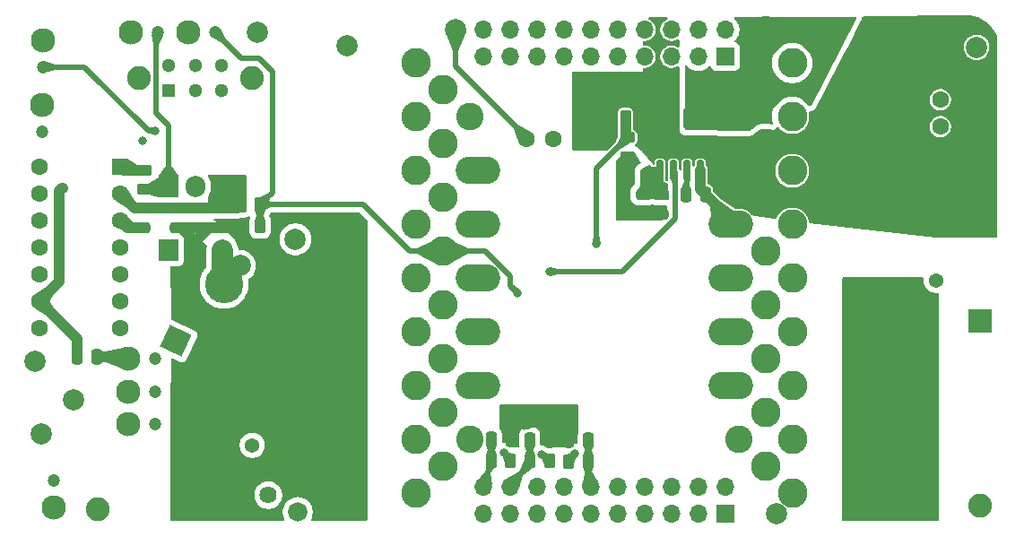
<source format=gbl>
%TF.GenerationSoftware,KiCad,Pcbnew,9.0.7*%
%TF.CreationDate,2026-02-20T12:59:28-06:00*%
%TF.ProjectId,Lab2_starter,4c616232-5f73-4746-9172-7465722e6b69,rev?*%
%TF.SameCoordinates,Original*%
%TF.FileFunction,Copper,L4,Bot*%
%TF.FilePolarity,Positive*%
%FSLAX46Y46*%
G04 Gerber Fmt 4.6, Leading zero omitted, Abs format (unit mm)*
G04 Created by KiCad (PCBNEW 9.0.7) date 2026-02-20 12:59:28*
%MOMM*%
%LPD*%
G01*
G04 APERTURE LIST*
G04 Aperture macros list*
%AMRoundRect*
0 Rectangle with rounded corners*
0 $1 Rounding radius*
0 $2 $3 $4 $5 $6 $7 $8 $9 X,Y pos of 4 corners*
0 Add a 4 corners polygon primitive as box body*
4,1,4,$2,$3,$4,$5,$6,$7,$8,$9,$2,$3,0*
0 Add four circle primitives for the rounded corners*
1,1,$1+$1,$2,$3*
1,1,$1+$1,$4,$5*
1,1,$1+$1,$6,$7*
1,1,$1+$1,$8,$9*
0 Add four rect primitives between the rounded corners*
20,1,$1+$1,$2,$3,$4,$5,0*
20,1,$1+$1,$4,$5,$6,$7,0*
20,1,$1+$1,$6,$7,$8,$9,0*
20,1,$1+$1,$8,$9,$2,$3,0*%
%AMRotRect*
0 Rectangle, with rotation*
0 The origin of the aperture is its center*
0 $1 length*
0 $2 width*
0 $3 Rotation angle, in degrees counterclockwise*
0 Add horizontal line*
21,1,$1,$2,0,0,$3*%
G04 Aperture macros list end*
%TA.AperFunction,ComponentPad*%
%ADD10R,1.700000X1.700000*%
%TD*%
%TA.AperFunction,ComponentPad*%
%ADD11O,1.700000X1.700000*%
%TD*%
%TA.AperFunction,ComponentPad*%
%ADD12C,2.300000*%
%TD*%
%TA.AperFunction,ComponentPad*%
%ADD13C,1.200000*%
%TD*%
%TA.AperFunction,ComponentPad*%
%ADD14C,3.600000*%
%TD*%
%TA.AperFunction,ComponentPad*%
%ADD15RotRect,1.625600X1.625600X25.000000*%
%TD*%
%TA.AperFunction,ComponentPad*%
%ADD16C,1.625600*%
%TD*%
%TA.AperFunction,ComponentPad*%
%ADD17R,1.828800X1.828800*%
%TD*%
%TA.AperFunction,ComponentPad*%
%ADD18C,1.828800*%
%TD*%
%TA.AperFunction,ComponentPad*%
%ADD19R,1.905000X2.000000*%
%TD*%
%TA.AperFunction,ComponentPad*%
%ADD20O,1.905000X2.000000*%
%TD*%
%TA.AperFunction,ComponentPad*%
%ADD21R,2.250000X2.250000*%
%TD*%
%TA.AperFunction,ComponentPad*%
%ADD22C,2.250000*%
%TD*%
%TA.AperFunction,ComponentPad*%
%ADD23C,2.000000*%
%TD*%
%TA.AperFunction,ComponentPad*%
%ADD24C,2.800000*%
%TD*%
%TA.AperFunction,ComponentPad*%
%ADD25C,2.600000*%
%TD*%
%TA.AperFunction,ComponentPad*%
%ADD26O,4.200000X2.600000*%
%TD*%
%TA.AperFunction,ComponentPad*%
%ADD27R,1.605000X1.605000*%
%TD*%
%TA.AperFunction,ComponentPad*%
%ADD28C,1.605000*%
%TD*%
%TA.AperFunction,ComponentPad*%
%ADD29R,1.300000X1.300000*%
%TD*%
%TA.AperFunction,ComponentPad*%
%ADD30C,1.300000*%
%TD*%
%TA.AperFunction,ComponentPad*%
%ADD31C,1.371600*%
%TD*%
%TA.AperFunction,SMDPad,CuDef*%
%ADD32RoundRect,0.250000X-0.450000X0.262500X-0.450000X-0.262500X0.450000X-0.262500X0.450000X0.262500X0*%
%TD*%
%TA.AperFunction,SMDPad,CuDef*%
%ADD33RoundRect,0.250000X0.250000X0.475000X-0.250000X0.475000X-0.250000X-0.475000X0.250000X-0.475000X0*%
%TD*%
%TA.AperFunction,SMDPad,CuDef*%
%ADD34RoundRect,0.250000X0.475000X-0.250000X0.475000X0.250000X-0.475000X0.250000X-0.475000X-0.250000X0*%
%TD*%
%TA.AperFunction,ComponentPad*%
%ADD35RoundRect,0.250000X0.550000X0.550000X-0.550000X0.550000X-0.550000X-0.550000X0.550000X-0.550000X0*%
%TD*%
%TA.AperFunction,ComponentPad*%
%ADD36C,1.600000*%
%TD*%
%TA.AperFunction,SMDPad,CuDef*%
%ADD37RoundRect,0.250000X-0.262500X-0.450000X0.262500X-0.450000X0.262500X0.450000X-0.262500X0.450000X0*%
%TD*%
%TA.AperFunction,ComponentPad*%
%ADD38RotRect,2.250000X2.250000X245.000000*%
%TD*%
%TA.AperFunction,SMDPad,CuDef*%
%ADD39RoundRect,0.250000X-0.250000X-0.475000X0.250000X-0.475000X0.250000X0.475000X-0.250000X0.475000X0*%
%TD*%
%TA.AperFunction,SMDPad,CuDef*%
%ADD40RoundRect,0.250000X0.262500X0.450000X-0.262500X0.450000X-0.262500X-0.450000X0.262500X-0.450000X0*%
%TD*%
%TA.AperFunction,SMDPad,CuDef*%
%ADD41RoundRect,0.250000X-0.475000X0.250000X-0.475000X-0.250000X0.475000X-0.250000X0.475000X0.250000X0*%
%TD*%
%TA.AperFunction,SMDPad,CuDef*%
%ADD42RoundRect,0.150000X-0.150000X0.825000X-0.150000X-0.825000X0.150000X-0.825000X0.150000X0.825000X0*%
%TD*%
%TA.AperFunction,ViaPad*%
%ADD43C,0.800000*%
%TD*%
%TA.AperFunction,ViaPad*%
%ADD44C,2.300000*%
%TD*%
%TA.AperFunction,Conductor*%
%ADD45C,1.000000*%
%TD*%
%TA.AperFunction,Conductor*%
%ADD46C,0.500000*%
%TD*%
%TA.AperFunction,Conductor*%
%ADD47C,2.000000*%
%TD*%
G04 APERTURE END LIST*
D10*
%TO.P,U3,80*%
%TO.N,C2000 D *%
X87524600Y-95351600D03*
D11*
%TO.P,U3,79*%
%TO.N,C2000 D'*%
X84984600Y-95351600D03*
%TO.P,U3,78*%
%TO.N,unconnected-(U3-Pad78)*%
X82444600Y-95351600D03*
%TO.P,U3,77*%
%TO.N,unconnected-(U3-Pad77)*%
X79904600Y-95351600D03*
%TO.P,U3,76*%
%TO.N,unconnected-(U3-Pad76)*%
X77364600Y-95351600D03*
%TO.P,U3,75*%
%TO.N,unconnected-(U3-Pad75)*%
X74824600Y-95351600D03*
%TO.P,U3,74*%
%TO.N,unconnected-(U3-Pad74)*%
X72284600Y-95351600D03*
%TO.P,U3,73*%
%TO.N,unconnected-(U3-Pad73)*%
X69744600Y-95351600D03*
%TO.P,U3,72*%
%TO.N,unconnected-(U3-Pad72)*%
X67204600Y-95351600D03*
%TO.P,U3,71*%
%TO.N,unconnected-(U3-Pad71)*%
X64664600Y-95351600D03*
%TO.P,U3,70*%
%TO.N,/ADCINA0*%
X64664600Y-135991600D03*
%TO.P,U3,69*%
%TO.N,/ADCINA12*%
X67204600Y-135991600D03*
%TO.P,U3,68*%
%TO.N,unconnected-(U3-Pad68)*%
X69744600Y-135991600D03*
%TO.P,U3,67*%
%TO.N,unconnected-(U3-Pad67)*%
X72284600Y-135991600D03*
%TO.P,U3,66*%
%TO.N,/ADCINA4*%
X74824600Y-135991600D03*
%TO.P,U3,65*%
%TO.N,unconnected-(U3-Pad65)*%
X77364600Y-135991600D03*
%TO.P,U3,64*%
%TO.N,unconnected-(U3-Pad64)*%
X79904600Y-135991600D03*
%TO.P,U3,63*%
%TO.N,unconnected-(U3-Pad63)*%
X82444600Y-135991600D03*
%TO.P,U3,62*%
%TO.N,GND*%
X84984600Y-135991600D03*
%TO.P,U3,61*%
%TO.N,unconnected-(U3-Pad61)*%
X87524600Y-135991600D03*
%TO.P,U3,60*%
%TO.N,GND*%
X87524600Y-92811600D03*
%TO.P,U3,59*%
%TO.N,unconnected-(U3-Pad59)*%
X84984600Y-92811600D03*
%TO.P,U3,58*%
%TO.N,unconnected-(U3-Pad58)*%
X82444600Y-92811600D03*
%TO.P,U3,57*%
%TO.N,unconnected-(U3-Pad57)*%
X79904600Y-92811600D03*
%TO.P,U3,56*%
%TO.N,unconnected-(U3-Pad56)*%
X77364600Y-92811600D03*
%TO.P,U3,55*%
%TO.N,unconnected-(U3-Pad55)*%
X74824600Y-92811600D03*
%TO.P,U3,54*%
%TO.N,unconnected-(U3-Pad54)*%
X72284600Y-92811600D03*
%TO.P,U3,53*%
%TO.N,unconnected-(U3-Pad53)*%
X69744600Y-92811600D03*
%TO.P,U3,52*%
%TO.N,unconnected-(U3-Pad52)*%
X67204600Y-92811600D03*
%TO.P,U3,51*%
%TO.N,unconnected-(U3-Pad51)*%
X64664600Y-92811600D03*
%TO.P,U3,50*%
%TO.N,unconnected-(U3-Pad50)*%
X64664600Y-138531600D03*
%TO.P,U3,49*%
%TO.N,unconnected-(U3-Pad49)*%
X67204600Y-138531600D03*
%TO.P,U3,48*%
%TO.N,unconnected-(U3-Pad48)*%
X69744600Y-138531600D03*
%TO.P,U3,47*%
%TO.N,unconnected-(U3-Pad47)*%
X72284600Y-138531600D03*
%TO.P,U3,46*%
%TO.N,unconnected-(U3-Pad46)*%
X74824600Y-138531600D03*
%TO.P,U3,45*%
%TO.N,unconnected-(U3-Pad45)*%
X77364600Y-138531600D03*
%TO.P,U3,44*%
%TO.N,unconnected-(U3-Pad44)*%
X79904600Y-138531600D03*
%TO.P,U3,43*%
%TO.N,unconnected-(U3-Pad43)*%
X82444600Y-138531600D03*
%TO.P,U3,42*%
%TO.N,unconnected-(U3-Pad42)*%
X84984600Y-138531600D03*
D10*
%TO.P,U3,41*%
%TO.N,+3.3V*%
X87524600Y-138531600D03*
%TD*%
D12*
%TO.P,Vout sens,1,Pin_1*%
%TO.N,GND*%
X36855400Y-93065600D03*
D13*
%TO.P,Vout sens,2,Pin_2*%
%TO.N,Vout_sens*%
X39395400Y-93065600D03*
%TD*%
D14*
%TO.P,J5,1,Pin_1*%
%TO.N,Vsw*%
X40208200Y-116865400D03*
%TD*%
D15*
%TO.P,RV1,1*%
%TO.N,Vout*%
X36525200Y-137668000D03*
D16*
%TO.P,RV1,2*%
%TO.N,GND*%
X44379054Y-136764133D03*
%TD*%
D12*
%TO.P,Vout,1,Pin_1*%
%TO.N,GND*%
X24104600Y-137947400D03*
D13*
%TO.P,Vout,2,Pin_2*%
%TO.N,Vout*%
X24104600Y-135407400D03*
%TD*%
D17*
%TO.P,D1,1,K*%
%TO.N,Vout*%
X47167800Y-120294400D03*
D18*
%TO.P,D1,2,A*%
%TO.N,GND*%
X47167800Y-138353800D03*
%TD*%
D19*
%TO.P,Q1,1,G*%
%TO.N,D*%
X34960000Y-107616105D03*
D20*
%TO.P,Q1,2,D*%
%TO.N,Vsw*%
X37500000Y-107616105D03*
%TO.P,Q1,3,S*%
%TO.N,GND*%
X40040000Y-107616105D03*
%TD*%
D21*
%TO.P,J1,1,Pin_1*%
%TO.N,Vin_Unfused*%
X106324400Y-120282000D03*
D22*
X106324400Y-137782000D03*
%TD*%
D19*
%TO.P,Q2,1,G*%
%TO.N,D'*%
X34960000Y-113616105D03*
D20*
%TO.P,Q2,2,D*%
%TO.N,Vout*%
X37500000Y-113616105D03*
%TO.P,Q2,3,S*%
%TO.N,Vsw*%
X40040000Y-113616105D03*
%TD*%
D23*
%TO.P,GND,1,1*%
%TO.N,GND*%
X111277400Y-94462600D03*
%TD*%
D14*
%TO.P,J6,1,Pin_1*%
%TO.N,/L_in*%
X91338400Y-93319600D03*
%TD*%
D12*
%TO.P,I_L,1,Pin_1*%
%TO.N,GND*%
X31165800Y-130048000D03*
D13*
%TO.P,I_L,2,Pin_2*%
%TO.N,I_L*%
X33705800Y-130048000D03*
%TD*%
D12*
%TO.P,Vin_sens,1,Pin_1*%
%TO.N,GND*%
X31165800Y-126974600D03*
D13*
%TO.P,Vin_sens,2,Pin_2*%
%TO.N,Vin_sens*%
X33705800Y-126974600D03*
%TD*%
D12*
%TO.P,Vsw,1,Pin_1*%
%TO.N,GND*%
X31165799Y-123850400D03*
D13*
%TO.P,Vsw,2,Pin_2*%
%TO.N,Vsw*%
X33705801Y-123850400D03*
%TD*%
D24*
%TO.P,LB1,*%
%TO.N,GND*%
X58293000Y-136601200D03*
X93853000Y-136601200D03*
%TO.N,I_L*%
X60833000Y-134061200D03*
%TO.N,+3.3V*%
X91313000Y-134061200D03*
%TO.N,GND*%
X58293000Y-131521200D03*
D25*
X63373000Y-131521200D03*
%TO.N,+3.3V*%
X88773000Y-131521200D03*
D24*
%TO.N,GND*%
X93853000Y-131521200D03*
%TO.N,Vin_sens*%
X60833000Y-128981200D03*
%TO.N,GND*%
X91313000Y-128981200D03*
X58293000Y-126441200D03*
D26*
X64135000Y-126441200D03*
X88011000Y-126441200D03*
D24*
X93853000Y-126441200D03*
X60833000Y-123901200D03*
X91313000Y-123901200D03*
X58293000Y-121361200D03*
D26*
X64135000Y-121361200D03*
X88011000Y-121361200D03*
D24*
X93853000Y-121361200D03*
X60833000Y-118821200D03*
X91313000Y-118821200D03*
X58293000Y-116281200D03*
D26*
X64135000Y-116281200D03*
X88011000Y-116281200D03*
D24*
X93853000Y-116281200D03*
%TO.N,Vout_sens*%
X60833000Y-113741200D03*
%TO.N,+3.3V*%
X91313000Y-113741200D03*
%TO.N,GND*%
X58293000Y-111201200D03*
D26*
X64135000Y-111201200D03*
X88011000Y-111201200D03*
D24*
X93853000Y-111201200D03*
X60833000Y-108661200D03*
%TO.N,Vin*%
X91313000Y-108661200D03*
%TO.N,GND*%
X58293000Y-106121200D03*
D26*
X64135000Y-106121200D03*
%TO.N,Vin*%
X88011000Y-106121200D03*
D24*
%TO.N,GND*%
X93853000Y-106121200D03*
%TO.N,+12V*%
X60833000Y-103581200D03*
%TO.N,Vin*%
X91313000Y-103581200D03*
%TO.N,GND*%
X58293000Y-101041200D03*
D25*
%TO.N,+12V*%
X63373000Y-101041200D03*
%TO.N,/L_in*%
X88773000Y-101041200D03*
D24*
%TO.N,GND*%
X93853000Y-101041200D03*
%TO.N,+3.3V*%
X60833000Y-98501200D03*
%TO.N,/L_in*%
X91313000Y-98501200D03*
%TO.N,GND*%
X58293000Y-95961200D03*
X93853000Y-95961200D03*
%TD*%
D23*
%TO.P,Vin,1,1*%
%TO.N,Vin*%
X104851200Y-94411800D03*
%TD*%
D27*
%TO.P,PS1,1,VIN*%
%TO.N,Vin*%
X107845400Y-104495600D03*
D28*
%TO.P,PS1,2,GND*%
%TO.N,GND*%
X107845400Y-101955600D03*
%TO.P,PS1,3,VOUT*%
%TO.N,+3.3V*%
X107845400Y-99415600D03*
%TD*%
D12*
%TO.P,D,1,Pin_1*%
%TO.N,GND*%
X31394398Y-93065600D03*
D13*
%TO.P,D,2,Pin_2*%
%TO.N,D*%
X33934400Y-93065600D03*
%TD*%
D23*
%TO.P,Vboot,1,1*%
%TO.N,Vboot*%
X22352000Y-124124105D03*
%TD*%
%TO.P,D',1,1*%
%TO.N,D'*%
X22910800Y-131013200D03*
%TD*%
%TO.P,GND,1,1*%
%TO.N,GND*%
X25958800Y-127787400D03*
%TD*%
D22*
%TO.P,SW1,*%
%TO.N,*%
X32150000Y-97352505D03*
X42850000Y-97352505D03*
D29*
%TO.P,SW1,1,A*%
%TO.N,+3.3V*%
X35000000Y-98552505D03*
D30*
%TO.P,SW1,2,B*%
%TO.N,SD*%
X37500000Y-98552505D03*
%TO.P,SW1,3,C*%
%TO.N,GND*%
X40000000Y-98552505D03*
%TO.P,SW1,4,C*%
%TO.N,Net-(D4-A)*%
X40000000Y-96152505D03*
%TO.P,SW1,5,B*%
%TO.N,+3.3V*%
X37500000Y-96152505D03*
%TO.P,SW1,6,A*%
%TO.N,Net-(D3-A)*%
X35000000Y-96152505D03*
%TD*%
D31*
%TO.P,C6,1*%
%TO.N,Vin*%
X107442000Y-111476150D03*
%TO.P,C6,2*%
%TO.N,GND*%
X107442000Y-116476150D03*
%TD*%
D23*
%TO.P,GND,1,1*%
%TO.N,GND*%
X92354400Y-138506200D03*
%TD*%
%TO.P,GND,1,1*%
%TO.N,N/C*%
X51816000Y-94310200D03*
%TD*%
D32*
%TO.P,R6,1*%
%TO.N,Vin_sens*%
X78308200Y-102987700D03*
%TO.P,R6,2*%
%TO.N,GND*%
X78308200Y-104812700D03*
%TD*%
D33*
%TO.P,C2,1*%
%TO.N,+3.3V*%
X79994800Y-106643400D03*
%TO.P,C2,2*%
%TO.N,GND*%
X78094800Y-106643400D03*
%TD*%
D34*
%TO.P,C9,1*%
%TO.N,Vout*%
X37900000Y-111516105D03*
%TO.P,C9,2*%
%TO.N,GND*%
X37900000Y-109616105D03*
%TD*%
D35*
%TO.P,U1,1,LO*%
%TO.N,Net-(U1-LO)*%
X30405000Y-105746105D03*
D36*
%TO.P,U1,2,COM*%
%TO.N,GND*%
X30405000Y-108286105D03*
%TO.P,U1,3,VCC*%
%TO.N,+12V*%
X30405000Y-110826105D03*
%TO.P,U1,4,NC*%
%TO.N,unconnected-(U1-NC-Pad4)*%
X30405000Y-113366105D03*
%TO.P,U1,5,VS*%
%TO.N,Vsw*%
X30405000Y-115906105D03*
%TO.P,U1,6,VB*%
%TO.N,Vboot*%
X30405000Y-118446105D03*
%TO.P,U1,7,HO*%
%TO.N,Net-(U1-HO)*%
X30405000Y-120986105D03*
%TO.P,U1,8,NC*%
%TO.N,unconnected-(U1-NC-Pad8)*%
X22785000Y-120986105D03*
%TO.P,U1,9,VDD*%
%TO.N,+3.3V*%
X22785000Y-118446105D03*
%TO.P,U1,10,HIN*%
%TO.N,C2000 D'*%
X22785000Y-115906105D03*
%TO.P,U1,11,SD*%
%TO.N,SD*%
X22785000Y-113366105D03*
%TO.P,U1,12,LIN*%
%TO.N,C2000 D *%
X22785000Y-110826105D03*
%TO.P,U1,13,VSS*%
%TO.N,GND*%
X22785000Y-108286105D03*
%TO.P,U1,14,NC*%
%TO.N,unconnected-(U1-NC-Pad14)*%
X22785000Y-105746105D03*
%TD*%
D23*
%TO.P,3V3,1,1*%
%TO.N,+3.3V*%
X43332400Y-93014800D03*
%TD*%
D22*
%TO.P,F1,1*%
%TO.N,Vin_Unfused*%
X101600000Y-117675200D03*
%TO.P,F1,2*%
%TO.N,Vin*%
X101600000Y-95075200D03*
%TD*%
D12*
%TO.P,C2D,1,Pin_1*%
%TO.N,GND*%
X22987000Y-99867105D03*
D13*
%TO.P,C2D,2,Pin_2*%
%TO.N,C2000 D *%
X22987000Y-102407105D03*
%TD*%
D37*
%TO.P,R8,1*%
%TO.N,/ADCINA0*%
X65424100Y-133480850D03*
%TO.P,R8,2*%
%TO.N,Vout_sens*%
X67249100Y-133480850D03*
%TD*%
D23*
%TO.P,Vsw,1,1*%
%TO.N,Vsw*%
X41706800Y-115087400D03*
%TD*%
D37*
%TO.P,R7,1*%
%TO.N,/ADCINA12*%
X69089900Y-133555200D03*
%TO.P,R7,2*%
%TO.N,I_L*%
X70914900Y-133555200D03*
%TD*%
D33*
%TO.P,C14,1*%
%TO.N,/ADCINA4*%
X74610000Y-131572000D03*
%TO.P,C14,2*%
%TO.N,GND*%
X72710000Y-131572000D03*
%TD*%
D21*
%TO.P,J3,1,Pin_1*%
%TO.N,Vout*%
X52400200Y-120269600D03*
D22*
X52400200Y-137769600D03*
%TD*%
D38*
%TO.P,J4,1,Pin_1*%
%TO.N,GND*%
X35676510Y-122194007D03*
D22*
X28280690Y-138054393D03*
%TD*%
D12*
%TO.P,C2D',1,Pin_1*%
%TO.N,GND*%
X23114000Y-93771105D03*
D13*
%TO.P,C2D',2,Pin_2*%
%TO.N,C2000 D'*%
X23114000Y-96311105D03*
%TD*%
D39*
%TO.P,C8,1*%
%TO.N,/ADCINA12*%
X69052400Y-131572000D03*
%TO.P,C8,2*%
%TO.N,GND*%
X70952400Y-131572000D03*
%TD*%
D40*
%TO.P,R5,1*%
%TO.N,Vin*%
X79931900Y-101055400D03*
%TO.P,R5,2*%
%TO.N,Vin_sens*%
X78106900Y-101055400D03*
%TD*%
D41*
%TO.P,C20,1*%
%TO.N,+3.3V*%
X81483200Y-108370600D03*
%TO.P,C20,2*%
%TO.N,GND*%
X81483200Y-110270600D03*
%TD*%
D39*
%TO.P,C11,1*%
%TO.N,/ADCINA0*%
X65445600Y-131521200D03*
%TO.P,C11,2*%
%TO.N,GND*%
X67345600Y-131521200D03*
%TD*%
%TO.P,C4,1*%
%TO.N,+3.3V*%
X26307945Y-123677035D03*
%TO.P,C4,2*%
%TO.N,GND*%
X28207943Y-123677035D03*
%TD*%
D34*
%TO.P,C12,1*%
%TO.N,Vout*%
X39935000Y-111516105D03*
%TO.P,C12,2*%
%TO.N,GND*%
X39935000Y-109616105D03*
%TD*%
D23*
%TO.P,GND,1,1*%
%TO.N,GND*%
X46939200Y-112598200D03*
%TD*%
D32*
%TO.P,R3,1*%
%TO.N,Net-(U1-LO)*%
X32700000Y-106053605D03*
%TO.P,R3,2*%
%TO.N,D*%
X32700000Y-107878605D03*
%TD*%
D23*
%TO.P,12V,1,1*%
%TO.N,+12V*%
X62077600Y-92811600D03*
%TD*%
D41*
%TO.P,C21,1*%
%TO.N,+3.3V*%
X79806800Y-108370600D03*
%TO.P,C21,2*%
%TO.N,GND*%
X79806800Y-110270600D03*
%TD*%
D42*
%TO.P,U2,1,IP+*%
%TO.N,Vin*%
X81381600Y-101171200D03*
%TO.P,U2,2,IP+*%
X82651600Y-101171200D03*
%TO.P,U2,3,IP-*%
%TO.N,/L_in*%
X83921600Y-101171200D03*
%TO.P,U2,4,IP-*%
X85191600Y-101171200D03*
%TO.P,U2,5,GND*%
%TO.N,GND*%
X85191600Y-106121200D03*
%TO.P,U2,6,FILTER*%
%TO.N,Net-(U2-FILTER)*%
X83921600Y-106121200D03*
%TO.P,U2,7,OUT*%
%TO.N,I_L*%
X82651600Y-106121200D03*
%TO.P,U2,8,VCC*%
%TO.N,+3.3V*%
X81381600Y-106121200D03*
%TD*%
D31*
%TO.P,C16,1*%
%TO.N,Vout*%
X42875200Y-127046350D03*
%TO.P,C16,2*%
%TO.N,GND*%
X42875200Y-132046350D03*
%TD*%
D40*
%TO.P,R9,1*%
%TO.N,/ADCINA4*%
X74572500Y-133563082D03*
%TO.P,R9,2*%
%TO.N,Vin_sens*%
X72747500Y-133563082D03*
%TD*%
%TO.P,R2,1*%
%TO.N,Vout_sens*%
X43615000Y-109330105D03*
%TO.P,R2,2*%
%TO.N,GND*%
X41790000Y-109330105D03*
%TD*%
D27*
%TO.P,PS2,1,VIN*%
%TO.N,Vin*%
X73846900Y-103095986D03*
D28*
%TO.P,PS2,2,GND*%
%TO.N,GND*%
X71306900Y-103095986D03*
%TO.P,PS2,3,VOUT*%
%TO.N,+12V*%
X68766900Y-103095986D03*
%TD*%
D34*
%TO.P,C19,1*%
%TO.N,+12V*%
X32512000Y-111516105D03*
%TO.P,C19,2*%
%TO.N,GND*%
X32512000Y-109616105D03*
%TD*%
D23*
%TO.P,Vin_Unfused,1,1*%
%TO.N,Vin_Unfused*%
X99872800Y-137795000D03*
%TD*%
D39*
%TO.P,C1,1*%
%TO.N,Net-(U2-FILTER)*%
X83784400Y-108396000D03*
%TO.P,C1,2*%
%TO.N,GND*%
X85684400Y-108396000D03*
%TD*%
D21*
%TO.P,J2,1,Pin_1*%
%TO.N,GND*%
X111556800Y-120282000D03*
D22*
X111556800Y-137782000D03*
%TD*%
D37*
%TO.P,R1,1*%
%TO.N,Vout*%
X41790000Y-111362105D03*
%TO.P,R1,2*%
%TO.N,Vout_sens*%
X43615000Y-111362105D03*
%TD*%
D34*
%TO.P,C15,1*%
%TO.N,Vout*%
X35835000Y-111516105D03*
%TO.P,C15,2*%
%TO.N,GND*%
X35835000Y-109616105D03*
%TD*%
D43*
%TO.N,+3.3V*%
X24980000Y-107766505D03*
X80848200Y-107467400D03*
D44*
%TO.N,GND*%
X68605600Y-129489200D03*
X72390000Y-129362200D03*
D43*
X78181200Y-109931200D03*
X78079600Y-108585000D03*
%TO.N,C2000 D *%
X32486600Y-103251000D03*
%TO.N,C2000 D'*%
X33680400Y-102401000D03*
%TO.N,Vin_sens*%
X73342614Y-132810450D03*
X75361800Y-113004600D03*
%TO.N,Vout_sens*%
X67919600Y-117678200D03*
X66649600Y-132740400D03*
%TO.N,I_L*%
X70916800Y-115646200D03*
X70205600Y-132943600D03*
%TD*%
D45*
%TO.N,+3.3V*%
X24866600Y-107766505D02*
X24638000Y-107995105D01*
X24638000Y-107995105D02*
X24638000Y-116593105D01*
X26307945Y-121969050D02*
X26307945Y-123677035D01*
X24980000Y-107766505D02*
X24866600Y-107766505D01*
X22785000Y-118446105D02*
X26307945Y-121969050D01*
X24638000Y-116593105D02*
X22785000Y-118446105D01*
%TO.N,GND*%
X88011000Y-111201200D02*
X88011000Y-110722600D01*
X31735000Y-109616105D02*
X32512000Y-109616105D01*
X41504000Y-109616105D02*
X32512000Y-109616105D01*
X85191600Y-106121200D02*
X85191600Y-107903200D01*
X30405000Y-108286105D02*
X31735000Y-109616105D01*
X30992434Y-123677035D02*
X31165799Y-123850400D01*
X85191600Y-107903200D02*
X85684400Y-108396000D01*
X41790000Y-109330105D02*
X41504000Y-109616105D01*
X88011000Y-110722600D02*
X85684400Y-108396000D01*
X28207943Y-123677035D02*
X30992434Y-123677035D01*
%TO.N,Net-(U1-LO)*%
X32700000Y-106053605D02*
X30712500Y-106053605D01*
X30712500Y-106053605D02*
X30405000Y-105746105D01*
D46*
%TO.N,/ADCINA12*%
X69089900Y-133856100D02*
X69089900Y-133555200D01*
X69052400Y-133517700D02*
X69089900Y-133555200D01*
X69052400Y-131572000D02*
X69052400Y-133517700D01*
X67204600Y-135741400D02*
X69089900Y-133856100D01*
X67204600Y-135991600D02*
X67204600Y-135741400D01*
%TO.N,/ADCINA0*%
X65328800Y-134315200D02*
X65328800Y-133576150D01*
X64664600Y-135991600D02*
X64664600Y-135233400D01*
X64664600Y-135233400D02*
X65074800Y-134823200D01*
X65074800Y-134569200D02*
X65328800Y-134315200D01*
X65424100Y-133480850D02*
X65424100Y-131542700D01*
X65328800Y-133576150D02*
X65424100Y-133480850D01*
X65074800Y-134823200D02*
X65074800Y-134569200D01*
X65424100Y-131542700D02*
X65445600Y-131521200D01*
%TO.N,/ADCINA4*%
X74610000Y-133525582D02*
X74572500Y-133563082D01*
X74610000Y-131572000D02*
X74610000Y-133525582D01*
X74625200Y-133615782D02*
X74572500Y-133563082D01*
X74625200Y-135792200D02*
X74625200Y-133615782D01*
X74824600Y-135991600D02*
X74625200Y-135792200D01*
D45*
%TO.N,+12V*%
X31095000Y-111516105D02*
X30405000Y-110826105D01*
D46*
X68766900Y-103095986D02*
X68766900Y-102980700D01*
X68766900Y-102980700D02*
X62077600Y-96291400D01*
D45*
X32512000Y-111516105D02*
X31095000Y-111516105D01*
D46*
X62077600Y-96291400D02*
X62077600Y-92811600D01*
D45*
%TO.N,Vout*%
X39935000Y-111516105D02*
X38735000Y-111516105D01*
X37500000Y-113616105D02*
X37500000Y-112751105D01*
X38735000Y-111516105D02*
X35835000Y-111516105D01*
X37500000Y-112751105D02*
X38735000Y-111516105D01*
D47*
%TO.N,Vsw*%
X40040000Y-113616105D02*
X40040000Y-116697200D01*
X40040000Y-116697200D02*
X40208200Y-116865400D01*
D45*
%TO.N,D*%
X34960000Y-107616105D02*
X34975800Y-107600305D01*
D46*
X34960000Y-101863600D02*
X33756600Y-100660200D01*
D45*
X32700000Y-107878605D02*
X34697500Y-107878605D01*
D46*
X33756600Y-93243400D02*
X33934400Y-93065600D01*
D45*
X34697500Y-107878605D02*
X34960000Y-107616105D01*
D46*
X34960000Y-107616105D02*
X34960000Y-101863600D01*
X33756600Y-100660200D02*
X33756600Y-93243400D01*
%TO.N,C2000 D'*%
X33135200Y-102401000D02*
X33680400Y-102401000D01*
X23114000Y-96311105D02*
X27045305Y-96311105D01*
X27045305Y-96311105D02*
X33135200Y-102401000D01*
D45*
%TO.N,Vin_sens*%
X78106900Y-102786400D02*
X78308200Y-102987700D01*
X78106900Y-101055400D02*
X78106900Y-102786400D01*
D46*
X73342614Y-132810450D02*
X73342614Y-132967968D01*
X73342614Y-132967968D02*
X72747500Y-133563082D01*
X75361800Y-113004600D02*
X75361800Y-105934100D01*
X75361800Y-105934100D02*
X78308200Y-102987700D01*
%TO.N,Vout_sens*%
X64871288Y-113741200D02*
X60833000Y-113741200D01*
X66649600Y-132740400D02*
X66649600Y-132881350D01*
X43484800Y-95529400D02*
X41859200Y-95529400D01*
X41859200Y-95529400D02*
X39395400Y-93065600D01*
X67208400Y-116967000D02*
X67208400Y-116078312D01*
X44754800Y-96799400D02*
X43484800Y-95529400D01*
X53323105Y-109330105D02*
X43615000Y-109330105D01*
X67208400Y-116967000D02*
X67919600Y-117678200D01*
X60833000Y-113741200D02*
X57734200Y-113741200D01*
X44754800Y-108190305D02*
X44754800Y-96799400D01*
X43615000Y-109330105D02*
X44754800Y-108190305D01*
X66649600Y-132881350D02*
X67249100Y-133480850D01*
X57734200Y-113741200D02*
X53323105Y-109330105D01*
X43615000Y-109330105D02*
X43615000Y-111362105D01*
X67208400Y-116078312D02*
X64871288Y-113741200D01*
%TO.N,I_L*%
X82804000Y-106273600D02*
X82804000Y-110673092D01*
X77830892Y-115646200D02*
X70916800Y-115646200D01*
X82651600Y-106121200D02*
X82804000Y-106273600D01*
X82804000Y-110673092D02*
X77830892Y-115646200D01*
X70303300Y-132943600D02*
X70914900Y-133555200D01*
X70205600Y-132943600D02*
X70303300Y-132943600D01*
%TO.N,Net-(U2-FILTER)*%
X83921600Y-106121200D02*
X83921600Y-108258800D01*
X83921600Y-108258800D02*
X83784400Y-108396000D01*
%TD*%
%TA.AperFunction,Conductor*%
%TO.N,Vin*%
G36*
X110758742Y-91446928D02*
G01*
X111010290Y-91509936D01*
X111018449Y-91512280D01*
X111048363Y-91522000D01*
X111064949Y-91527389D01*
X111068405Y-91528568D01*
X111341762Y-91626375D01*
X111350422Y-91629847D01*
X111376533Y-91641472D01*
X111379115Y-91642657D01*
X111658727Y-91774902D01*
X111669459Y-91780638D01*
X111953582Y-91950933D01*
X111963700Y-91957694D01*
X112086506Y-92048772D01*
X112229758Y-92155014D01*
X112239161Y-92162731D01*
X112484592Y-92385175D01*
X112493197Y-92393779D01*
X112715652Y-92639219D01*
X112723372Y-92648626D01*
X112920696Y-92914685D01*
X112927456Y-92924803D01*
X113097745Y-93208910D01*
X113103481Y-93219642D01*
X113195894Y-93415031D01*
X113207800Y-93468048D01*
X113207800Y-112296400D01*
X113188115Y-112363439D01*
X113135311Y-112409194D01*
X113083800Y-112420400D01*
X107372972Y-112420400D01*
X107358675Y-112419573D01*
X95540904Y-111047866D01*
X95476581Y-111020583D01*
X95437220Y-110962856D01*
X95432728Y-110944091D01*
X95414090Y-110826415D01*
X95336241Y-110586821D01*
X95336239Y-110586818D01*
X95336239Y-110586816D01*
X95294747Y-110505384D01*
X95221870Y-110362355D01*
X95202952Y-110336317D01*
X95073798Y-110158550D01*
X95073794Y-110158545D01*
X94895654Y-109980405D01*
X94895649Y-109980401D01*
X94691848Y-109832332D01*
X94691847Y-109832331D01*
X94691845Y-109832330D01*
X94621747Y-109796613D01*
X94467383Y-109717960D01*
X94227785Y-109640110D01*
X93978962Y-109600700D01*
X93727038Y-109600700D01*
X93602626Y-109620405D01*
X93478214Y-109640110D01*
X93238616Y-109717960D01*
X93014151Y-109832332D01*
X92810350Y-109980401D01*
X92810345Y-109980405D01*
X92632205Y-110158545D01*
X92632201Y-110158550D01*
X92484132Y-110362351D01*
X92369757Y-110586824D01*
X92368850Y-110589014D01*
X92368283Y-110589717D01*
X92367547Y-110591162D01*
X92367243Y-110591007D01*
X92325005Y-110643414D01*
X92258709Y-110665474D01*
X92239995Y-110664726D01*
X90313669Y-110441134D01*
X90281442Y-110432902D01*
X90067985Y-110346502D01*
X90014192Y-110304447D01*
X89955521Y-110223696D01*
X89955517Y-110223690D01*
X89788510Y-110056683D01*
X89597433Y-109917857D01*
X89386996Y-109810633D01*
X89162368Y-109737646D01*
X88929097Y-109700700D01*
X88929092Y-109700700D01*
X88496614Y-109700700D01*
X88488997Y-109699216D01*
X88484357Y-109700093D01*
X88450090Y-109691641D01*
X88219717Y-109598394D01*
X88192788Y-109583356D01*
X86967191Y-108682244D01*
X86963905Y-108680208D01*
X86941547Y-108662490D01*
X86421219Y-108142162D01*
X86387734Y-108080839D01*
X86384900Y-108054481D01*
X86384900Y-107866730D01*
X86382046Y-107836300D01*
X86382046Y-107836298D01*
X86348406Y-107740163D01*
X86337193Y-107708118D01*
X86256550Y-107598850D01*
X86147282Y-107518207D01*
X86147280Y-107518206D01*
X86019100Y-107473353D01*
X86004519Y-107471986D01*
X85939611Y-107446127D01*
X85898988Y-107389280D01*
X85892100Y-107348528D01*
X85892100Y-106052207D01*
X85884611Y-106014556D01*
X85884611Y-106014553D01*
X85880769Y-105995238D01*
X92252500Y-105995238D01*
X92252500Y-106247161D01*
X92291910Y-106495985D01*
X92369760Y-106735583D01*
X92436670Y-106866900D01*
X92483132Y-106958087D01*
X92484132Y-106960048D01*
X92632201Y-107163849D01*
X92632205Y-107163854D01*
X92810345Y-107341994D01*
X92810350Y-107341998D01*
X92987219Y-107470500D01*
X93014155Y-107490070D01*
X93124821Y-107546457D01*
X93238616Y-107604439D01*
X93238618Y-107604439D01*
X93238621Y-107604441D01*
X93478215Y-107682290D01*
X93727038Y-107721700D01*
X93727039Y-107721700D01*
X93978961Y-107721700D01*
X93978962Y-107721700D01*
X94227785Y-107682290D01*
X94467379Y-107604441D01*
X94691845Y-107490070D01*
X94895656Y-107341993D01*
X95073793Y-107163856D01*
X95221870Y-106960045D01*
X95336241Y-106735579D01*
X95414090Y-106495985D01*
X95453500Y-106247162D01*
X95453500Y-105995238D01*
X95414090Y-105746415D01*
X95336241Y-105506821D01*
X95336239Y-105506818D01*
X95336239Y-105506816D01*
X95294747Y-105425384D01*
X95221870Y-105282355D01*
X95081911Y-105089717D01*
X95073798Y-105078550D01*
X95073794Y-105078545D01*
X94895654Y-104900405D01*
X94895649Y-104900401D01*
X94691848Y-104752332D01*
X94691847Y-104752331D01*
X94691845Y-104752330D01*
X94621747Y-104716613D01*
X94467383Y-104637960D01*
X94227785Y-104560110D01*
X93978962Y-104520700D01*
X93727038Y-104520700D01*
X93602626Y-104540405D01*
X93478214Y-104560110D01*
X93238616Y-104637960D01*
X93014151Y-104752332D01*
X92810350Y-104900401D01*
X92810345Y-104900405D01*
X92632205Y-105078545D01*
X92632201Y-105078550D01*
X92484132Y-105282351D01*
X92369760Y-105506816D01*
X92291910Y-105746414D01*
X92252500Y-105995238D01*
X85880769Y-105995238D01*
X85865181Y-105916877D01*
X85865180Y-105916876D01*
X85865180Y-105916872D01*
X85835928Y-105846250D01*
X85812378Y-105789395D01*
X85812371Y-105789382D01*
X85735714Y-105674658D01*
X85735711Y-105674654D01*
X85728419Y-105667362D01*
X85694934Y-105606039D01*
X85692100Y-105579681D01*
X85692100Y-105262939D01*
X85682173Y-105194808D01*
X85682173Y-105194807D01*
X85630798Y-105089717D01*
X85630796Y-105089715D01*
X85630796Y-105089714D01*
X85548085Y-105007003D01*
X85442991Y-104955626D01*
X85374861Y-104945700D01*
X85374860Y-104945700D01*
X85008340Y-104945700D01*
X85008339Y-104945700D01*
X84940208Y-104955626D01*
X84835114Y-105007003D01*
X84752403Y-105089714D01*
X84701026Y-105194808D01*
X84691100Y-105262939D01*
X84691100Y-105579681D01*
X84683403Y-105605892D01*
X84679113Y-105632870D01*
X84672892Y-105641687D01*
X84671415Y-105646720D01*
X84659591Y-105662273D01*
X84657254Y-105664889D01*
X84647486Y-105674658D01*
X84644378Y-105679309D01*
X84638591Y-105685790D01*
X84615997Y-105699837D01*
X84595583Y-105716897D01*
X84586785Y-105718001D01*
X84579256Y-105722683D01*
X84552653Y-105722286D01*
X84526257Y-105725600D01*
X84518259Y-105721773D01*
X84509394Y-105721641D01*
X84487226Y-105706922D01*
X84463232Y-105695441D01*
X84458573Y-105687899D01*
X84451186Y-105682994D01*
X84440496Y-105658630D01*
X84426516Y-105635996D01*
X84424723Y-105622682D01*
X84423113Y-105619012D01*
X84423717Y-105615211D01*
X84422100Y-105603198D01*
X84422100Y-105262939D01*
X84412173Y-105194808D01*
X84412173Y-105194807D01*
X84360798Y-105089717D01*
X84360796Y-105089715D01*
X84360796Y-105089714D01*
X84278085Y-105007003D01*
X84172991Y-104955626D01*
X84104861Y-104945700D01*
X84104860Y-104945700D01*
X83738340Y-104945700D01*
X83738339Y-104945700D01*
X83670208Y-104955626D01*
X83565114Y-105007003D01*
X83482403Y-105089714D01*
X83431026Y-105194808D01*
X83421100Y-105262939D01*
X83421100Y-105978674D01*
X83420239Y-105981603D01*
X83420960Y-105984573D01*
X83410457Y-106014919D01*
X83401415Y-106045713D01*
X83399107Y-106047712D01*
X83398108Y-106050600D01*
X83372862Y-106070454D01*
X83348611Y-106091468D01*
X83345589Y-106091902D01*
X83343188Y-106093791D01*
X83311231Y-106096842D01*
X83279453Y-106101412D01*
X83276673Y-106100142D01*
X83273634Y-106100433D01*
X83245103Y-106085725D01*
X83215897Y-106072387D01*
X83213426Y-106069395D01*
X83211531Y-106068418D01*
X83189714Y-106040675D01*
X83168714Y-106004303D01*
X83152100Y-105942302D01*
X83152100Y-105262939D01*
X83142173Y-105194808D01*
X83142173Y-105194807D01*
X83090798Y-105089717D01*
X83090796Y-105089715D01*
X83090796Y-105089714D01*
X83008085Y-105007003D01*
X82902991Y-104955626D01*
X82834861Y-104945700D01*
X82834860Y-104945700D01*
X82468340Y-104945700D01*
X82468339Y-104945700D01*
X82400208Y-104955626D01*
X82295114Y-105007003D01*
X82212403Y-105089714D01*
X82161026Y-105194808D01*
X82151100Y-105262939D01*
X82151100Y-106958087D01*
X82141991Y-106989108D01*
X82134250Y-107020495D01*
X82132207Y-107022428D01*
X82131415Y-107025126D01*
X82106987Y-107046292D01*
X82083500Y-107068518D01*
X82080735Y-107069039D01*
X82078611Y-107070881D01*
X82046616Y-107075481D01*
X82014843Y-107081480D01*
X82011180Y-107080576D01*
X82009453Y-107080825D01*
X81980576Y-107073028D01*
X81959576Y-107064528D01*
X81904820Y-107021129D01*
X81882219Y-106955016D01*
X81882100Y-106949587D01*
X81882100Y-105262939D01*
X81872173Y-105194808D01*
X81872173Y-105194807D01*
X81820798Y-105089717D01*
X81820796Y-105089715D01*
X81820796Y-105089714D01*
X81738085Y-105007003D01*
X81632991Y-104955626D01*
X81564861Y-104945700D01*
X81564860Y-104945700D01*
X81198340Y-104945700D01*
X81198339Y-104945700D01*
X81130208Y-104955626D01*
X81025114Y-105007003D01*
X80942403Y-105089714D01*
X80891026Y-105194808D01*
X80881100Y-105262939D01*
X80881100Y-105455426D01*
X80861415Y-105522465D01*
X80808611Y-105568220D01*
X80739453Y-105578164D01*
X80675897Y-105549139D01*
X80658341Y-105530410D01*
X79705293Y-104275176D01*
X79680431Y-104209879D01*
X79680054Y-104199444D01*
X79680063Y-104197993D01*
X79726376Y-96525349D01*
X79746465Y-96458432D01*
X79799544Y-96412997D01*
X79850374Y-96402100D01*
X80008066Y-96402100D01*
X80008067Y-96402099D01*
X80211020Y-96361730D01*
X80402198Y-96282541D01*
X80574255Y-96167577D01*
X80720577Y-96021255D01*
X80835541Y-95849198D01*
X80914730Y-95658020D01*
X80955100Y-95455065D01*
X80955100Y-95248135D01*
X80914730Y-95045180D01*
X80835541Y-94854002D01*
X80720577Y-94681945D01*
X80720575Y-94681942D01*
X80574257Y-94535624D01*
X80469113Y-94465370D01*
X80402198Y-94420659D01*
X80211020Y-94341470D01*
X80211012Y-94341468D01*
X80008069Y-94301100D01*
X80008065Y-94301100D01*
X79864553Y-94301100D01*
X79855505Y-94298443D01*
X79846165Y-94299729D01*
X79822519Y-94288757D01*
X79797514Y-94281415D01*
X79791340Y-94274290D01*
X79782786Y-94270321D01*
X79768824Y-94248305D01*
X79751759Y-94228611D01*
X79749421Y-94217710D01*
X79745367Y-94211316D01*
X79740555Y-94176357D01*
X79741708Y-93985347D01*
X79761797Y-93918432D01*
X79814876Y-93872997D01*
X79865706Y-93862100D01*
X80008066Y-93862100D01*
X80008067Y-93862099D01*
X80211020Y-93821730D01*
X80402198Y-93742541D01*
X80574255Y-93627577D01*
X80720577Y-93481255D01*
X80835541Y-93309198D01*
X80914730Y-93118020D01*
X80955100Y-92915065D01*
X80955100Y-92708135D01*
X80914730Y-92505180D01*
X80835541Y-92314002D01*
X80720577Y-92141945D01*
X80720575Y-92141942D01*
X80574257Y-91995624D01*
X80402195Y-91880657D01*
X80339715Y-91854777D01*
X80285311Y-91810935D01*
X80263247Y-91744641D01*
X80280527Y-91676942D01*
X80331664Y-91629332D01*
X80386853Y-91616216D01*
X81971321Y-91612240D01*
X82038407Y-91631757D01*
X82084295Y-91684446D01*
X82094412Y-91753579D01*
X82065546Y-91817207D01*
X82019084Y-91850801D01*
X81947002Y-91880658D01*
X81774942Y-91995624D01*
X81628624Y-92141942D01*
X81513658Y-92314003D01*
X81434470Y-92505179D01*
X81434468Y-92505187D01*
X81394100Y-92708130D01*
X81394100Y-92915069D01*
X81434468Y-93118012D01*
X81434470Y-93118020D01*
X81513658Y-93309196D01*
X81628624Y-93481257D01*
X81774942Y-93627575D01*
X81774945Y-93627577D01*
X81947002Y-93742541D01*
X82138180Y-93821730D01*
X82269968Y-93847944D01*
X82341130Y-93862099D01*
X82341134Y-93862100D01*
X82341135Y-93862100D01*
X82548066Y-93862100D01*
X82548067Y-93862099D01*
X82751020Y-93821730D01*
X82942198Y-93742541D01*
X82994609Y-93707520D01*
X83061287Y-93686643D01*
X83128667Y-93705128D01*
X83175357Y-93757106D01*
X83187500Y-93810623D01*
X83187500Y-94352576D01*
X83167815Y-94419615D01*
X83115011Y-94465370D01*
X83045853Y-94475314D01*
X82994610Y-94455679D01*
X82968595Y-94438296D01*
X82942198Y-94420659D01*
X82751020Y-94341470D01*
X82751012Y-94341468D01*
X82548069Y-94301100D01*
X82548065Y-94301100D01*
X82341135Y-94301100D01*
X82341130Y-94301100D01*
X82138187Y-94341468D01*
X82138179Y-94341470D01*
X81947003Y-94420658D01*
X81774942Y-94535624D01*
X81628624Y-94681942D01*
X81513658Y-94854003D01*
X81434470Y-95045179D01*
X81434468Y-95045187D01*
X81394100Y-95248130D01*
X81394100Y-95455069D01*
X81434468Y-95658012D01*
X81434470Y-95658020D01*
X81513658Y-95849196D01*
X81628624Y-96021257D01*
X81774942Y-96167575D01*
X81774945Y-96167577D01*
X81947002Y-96282541D01*
X82138180Y-96361730D01*
X82341130Y-96402099D01*
X82341134Y-96402100D01*
X82341135Y-96402100D01*
X82548066Y-96402100D01*
X82548067Y-96402099D01*
X82751020Y-96361730D01*
X82942198Y-96282541D01*
X82994609Y-96247520D01*
X83061287Y-96226643D01*
X83128667Y-96245128D01*
X83175357Y-96297106D01*
X83187500Y-96350623D01*
X83187500Y-102151617D01*
X83198614Y-102257024D01*
X83198617Y-102257048D01*
X83209402Y-102307619D01*
X83209402Y-102307621D01*
X83231782Y-102376262D01*
X83242269Y-102408426D01*
X83315494Y-102524439D01*
X83319065Y-102530097D01*
X83364390Y-102583276D01*
X83472348Y-102678378D01*
X83472349Y-102678378D01*
X83472350Y-102678379D01*
X83602735Y-102739217D01*
X83669612Y-102759449D01*
X83811856Y-102781088D01*
X89825221Y-102830236D01*
X89881341Y-102827572D01*
X89881356Y-102827570D01*
X89881364Y-102827570D01*
X89900170Y-102825625D01*
X89908712Y-102824742D01*
X89964169Y-102815872D01*
X90058365Y-102780739D01*
X90098968Y-102765596D01*
X90098973Y-102765594D01*
X90098973Y-102765593D01*
X90098978Y-102765592D01*
X90153811Y-102735651D01*
X90154919Y-102735129D01*
X90160303Y-102732107D01*
X90160302Y-102732107D01*
X90160306Y-102732106D01*
X90275488Y-102645881D01*
X90385497Y-102535870D01*
X90397677Y-102525189D01*
X90529873Y-102423752D01*
X90543346Y-102414750D01*
X90687648Y-102331437D01*
X90702182Y-102324270D01*
X90856137Y-102260500D01*
X90871465Y-102255297D01*
X91032430Y-102212166D01*
X91048318Y-102209006D01*
X91179171Y-102191780D01*
X91213500Y-102187261D01*
X91229684Y-102186200D01*
X91396307Y-102186200D01*
X91412490Y-102187260D01*
X91577679Y-102209007D01*
X91593574Y-102212168D01*
X91756702Y-102255879D01*
X91851476Y-102271816D01*
X91851477Y-102271816D01*
X91851483Y-102271817D01*
X91876687Y-102273619D01*
X91898290Y-102275164D01*
X91994362Y-102272877D01*
X92133340Y-102235638D01*
X92197568Y-102208134D01*
X92320424Y-102133250D01*
X92411156Y-102033441D01*
X92470814Y-101997078D01*
X92540664Y-101998741D01*
X92598527Y-102037903D01*
X92603226Y-102043968D01*
X92632201Y-102083850D01*
X92810345Y-102261994D01*
X92810350Y-102261998D01*
X92988117Y-102391152D01*
X93014155Y-102410070D01*
X93157184Y-102482947D01*
X93238616Y-102524439D01*
X93238618Y-102524439D01*
X93238621Y-102524441D01*
X93478215Y-102602290D01*
X93727038Y-102641700D01*
X93727039Y-102641700D01*
X93978961Y-102641700D01*
X93978962Y-102641700D01*
X94227785Y-102602290D01*
X94467379Y-102524441D01*
X94691845Y-102410070D01*
X94895656Y-102261993D01*
X95073793Y-102083856D01*
X95095202Y-102054389D01*
X106842399Y-102054389D01*
X106880943Y-102248158D01*
X106880946Y-102248168D01*
X106956549Y-102430692D01*
X106956556Y-102430705D01*
X107066318Y-102594974D01*
X107066321Y-102594978D01*
X107206021Y-102734678D01*
X107206025Y-102734681D01*
X107370294Y-102844443D01*
X107370307Y-102844450D01*
X107552831Y-102920053D01*
X107552836Y-102920055D01*
X107552840Y-102920055D01*
X107552841Y-102920056D01*
X107746610Y-102958600D01*
X107746613Y-102958600D01*
X107944189Y-102958600D01*
X108074554Y-102932668D01*
X108137964Y-102920055D01*
X108320499Y-102844447D01*
X108484775Y-102734681D01*
X108624481Y-102594975D01*
X108734247Y-102430699D01*
X108737123Y-102423757D01*
X108778333Y-102324266D01*
X108809855Y-102248164D01*
X108832713Y-102133249D01*
X108848400Y-102054389D01*
X108848400Y-101856810D01*
X108809856Y-101663041D01*
X108809855Y-101663040D01*
X108809855Y-101663036D01*
X108806766Y-101655579D01*
X108734250Y-101480507D01*
X108734243Y-101480494D01*
X108624481Y-101316225D01*
X108624478Y-101316221D01*
X108484778Y-101176521D01*
X108484774Y-101176518D01*
X108320505Y-101066756D01*
X108320492Y-101066749D01*
X108137968Y-100991146D01*
X108137958Y-100991143D01*
X107944189Y-100952600D01*
X107944187Y-100952600D01*
X107746613Y-100952600D01*
X107746611Y-100952600D01*
X107552841Y-100991143D01*
X107552831Y-100991146D01*
X107370307Y-101066749D01*
X107370294Y-101066756D01*
X107206025Y-101176518D01*
X107206021Y-101176521D01*
X107066321Y-101316221D01*
X107066318Y-101316225D01*
X106956556Y-101480494D01*
X106956549Y-101480507D01*
X106880946Y-101663031D01*
X106880943Y-101663041D01*
X106842400Y-101856810D01*
X106842400Y-101856813D01*
X106842400Y-102054387D01*
X106842400Y-102054389D01*
X106842399Y-102054389D01*
X95095202Y-102054389D01*
X95221870Y-101880045D01*
X95332439Y-101663041D01*
X95336239Y-101655583D01*
X95336239Y-101655582D01*
X95336241Y-101655579D01*
X95414090Y-101415985D01*
X95453500Y-101167162D01*
X95453500Y-100915238D01*
X95414191Y-100667053D01*
X95423145Y-100597762D01*
X95468142Y-100544310D01*
X95525309Y-100524179D01*
X95638903Y-100513736D01*
X95706861Y-100497503D01*
X95706865Y-100497502D01*
X95840626Y-100444497D01*
X95954035Y-100355955D01*
X96002428Y-100305558D01*
X96086298Y-100188652D01*
X96436915Y-99514389D01*
X106842399Y-99514389D01*
X106880943Y-99708158D01*
X106880946Y-99708168D01*
X106956549Y-99890692D01*
X106956556Y-99890705D01*
X107066318Y-100054974D01*
X107066321Y-100054978D01*
X107206021Y-100194678D01*
X107206025Y-100194681D01*
X107370294Y-100304443D01*
X107370307Y-100304450D01*
X107552831Y-100380053D01*
X107552836Y-100380055D01*
X107552840Y-100380055D01*
X107552841Y-100380056D01*
X107746610Y-100418600D01*
X107746613Y-100418600D01*
X107944189Y-100418600D01*
X108074554Y-100392668D01*
X108137964Y-100380055D01*
X108320499Y-100304447D01*
X108484775Y-100194681D01*
X108624481Y-100054975D01*
X108734247Y-99890699D01*
X108809855Y-99708164D01*
X108848400Y-99514387D01*
X108848400Y-99316813D01*
X108848400Y-99316810D01*
X108809856Y-99123041D01*
X108809855Y-99123040D01*
X108809855Y-99123036D01*
X108809853Y-99123031D01*
X108734250Y-98940507D01*
X108734243Y-98940494D01*
X108624481Y-98776225D01*
X108624478Y-98776221D01*
X108484778Y-98636521D01*
X108484774Y-98636518D01*
X108320505Y-98526756D01*
X108320492Y-98526749D01*
X108137968Y-98451146D01*
X108137958Y-98451143D01*
X107944189Y-98412600D01*
X107944187Y-98412600D01*
X107746613Y-98412600D01*
X107746611Y-98412600D01*
X107552841Y-98451143D01*
X107552831Y-98451146D01*
X107370307Y-98526749D01*
X107370294Y-98526756D01*
X107206025Y-98636518D01*
X107206021Y-98636521D01*
X107066321Y-98776221D01*
X107066318Y-98776225D01*
X106956556Y-98940494D01*
X106956549Y-98940507D01*
X106880946Y-99123031D01*
X106880943Y-99123041D01*
X106842400Y-99316810D01*
X106842400Y-99316813D01*
X106842400Y-99514387D01*
X106842400Y-99514389D01*
X106842399Y-99514389D01*
X96436915Y-99514389D01*
X96436916Y-99514387D01*
X96572571Y-99253513D01*
X98749530Y-95067055D01*
X99112980Y-94368113D01*
X110076900Y-94368113D01*
X110076900Y-94557086D01*
X110106459Y-94743718D01*
X110164854Y-94923436D01*
X110242441Y-95075707D01*
X110250640Y-95091799D01*
X110361710Y-95244673D01*
X110495327Y-95378290D01*
X110648201Y-95489360D01*
X110727747Y-95529890D01*
X110816563Y-95575145D01*
X110816565Y-95575145D01*
X110816568Y-95575147D01*
X110904454Y-95603703D01*
X110996281Y-95633540D01*
X111182914Y-95663100D01*
X111182919Y-95663100D01*
X111371886Y-95663100D01*
X111558518Y-95633540D01*
X111573275Y-95628745D01*
X111738232Y-95575147D01*
X111906599Y-95489360D01*
X112059473Y-95378290D01*
X112193090Y-95244673D01*
X112304160Y-95091799D01*
X112389947Y-94923432D01*
X112448340Y-94743718D01*
X112458124Y-94681942D01*
X112477900Y-94557086D01*
X112477900Y-94368113D01*
X112448340Y-94181481D01*
X112389945Y-94001763D01*
X112311570Y-93847944D01*
X112304160Y-93833401D01*
X112193090Y-93680527D01*
X112059473Y-93546910D01*
X111906599Y-93435840D01*
X111865759Y-93415031D01*
X111738236Y-93350054D01*
X111558518Y-93291659D01*
X111371886Y-93262100D01*
X111371881Y-93262100D01*
X111182919Y-93262100D01*
X111182914Y-93262100D01*
X110996281Y-93291659D01*
X110816563Y-93350054D01*
X110648200Y-93435840D01*
X110585693Y-93481255D01*
X110495327Y-93546910D01*
X110495325Y-93546912D01*
X110495324Y-93546912D01*
X110361712Y-93680524D01*
X110361712Y-93680525D01*
X110361710Y-93680527D01*
X110342098Y-93707521D01*
X110250640Y-93833400D01*
X110164854Y-94001763D01*
X110106459Y-94181481D01*
X110076900Y-94368113D01*
X99112980Y-94368113D01*
X100353967Y-91981600D01*
X100386773Y-91902937D01*
X100399511Y-91863269D01*
X100400796Y-91857691D01*
X100408551Y-91824010D01*
X100418634Y-91780221D01*
X100418551Y-91684852D01*
X100438177Y-91617796D01*
X100490942Y-91571995D01*
X100541115Y-91560754D01*
X110727197Y-91443221D01*
X110758742Y-91446928D01*
G37*
%TD.AperFunction*%
%TD*%
%TA.AperFunction,Conductor*%
%TO.N,Vin*%
G36*
X79680063Y-104197992D02*
G01*
X79680062Y-104197993D01*
X79680061Y-104197993D01*
X79680062Y-104197992D01*
X79546999Y-104199285D01*
X79479772Y-104180253D01*
X79438902Y-104138139D01*
X79415719Y-104098709D01*
X79341037Y-104001151D01*
X79341036Y-104001150D01*
X79341031Y-104001144D01*
X79299177Y-103958426D01*
X79299175Y-103958424D01*
X79299168Y-103958417D01*
X79203173Y-103881766D01*
X79203171Y-103881765D01*
X79203170Y-103881764D01*
X79071177Y-103824521D01*
X79071174Y-103824520D01*
X79071172Y-103824519D01*
X79071168Y-103824518D01*
X79066984Y-103823048D01*
X79067666Y-103821104D01*
X79015384Y-103788467D01*
X78985527Y-103725298D01*
X78994561Y-103656015D01*
X79034388Y-103606271D01*
X79080350Y-103572350D01*
X79160993Y-103463082D01*
X79183419Y-103398990D01*
X79205846Y-103334901D01*
X79205846Y-103334899D01*
X79208700Y-103304469D01*
X79208700Y-102670930D01*
X79205846Y-102640500D01*
X79205846Y-102640498D01*
X79160993Y-102512319D01*
X79160992Y-102512317D01*
X79080350Y-102403050D01*
X78971082Y-102322407D01*
X78890444Y-102294190D01*
X78833668Y-102253468D01*
X78807922Y-102188515D01*
X78807400Y-102177149D01*
X78807400Y-101638733D01*
X78814359Y-101597777D01*
X78817046Y-101590099D01*
X78819900Y-101559666D01*
X78819900Y-100551134D01*
X78817046Y-100520701D01*
X78817046Y-100520700D01*
X78817046Y-100520698D01*
X78772193Y-100392519D01*
X78772192Y-100392517D01*
X78691550Y-100283250D01*
X78582282Y-100202607D01*
X78582280Y-100202606D01*
X78454100Y-100157753D01*
X78423670Y-100154900D01*
X78423666Y-100154900D01*
X77790134Y-100154900D01*
X77790130Y-100154900D01*
X77759700Y-100157753D01*
X77759698Y-100157753D01*
X77631519Y-100202606D01*
X77631517Y-100202607D01*
X77522250Y-100283250D01*
X77441607Y-100392517D01*
X77441606Y-100392519D01*
X77396753Y-100520698D01*
X77396753Y-100520700D01*
X77393900Y-100551130D01*
X77393900Y-101559669D01*
X77396752Y-101590093D01*
X77396754Y-101590098D01*
X77399441Y-101597777D01*
X77406400Y-101638733D01*
X77406400Y-102855398D01*
X77406997Y-102861461D01*
X77406454Y-102861514D01*
X77407700Y-102874144D01*
X77407700Y-102877630D01*
X77395533Y-102931197D01*
X77099401Y-103549431D01*
X77075249Y-103583545D01*
X76465018Y-104193775D01*
X76403695Y-104227260D01*
X76378542Y-104230088D01*
X74167993Y-104251579D01*
X74165597Y-104251579D01*
X73220367Y-104242500D01*
X73194528Y-104234643D01*
X73167874Y-104230283D01*
X73161599Y-104224629D01*
X73153520Y-104222173D01*
X73136031Y-104201593D01*
X73115965Y-104183515D01*
X73111069Y-104172220D01*
X73108274Y-104168932D01*
X73101927Y-104151132D01*
X73054769Y-103978218D01*
X73050400Y-103945592D01*
X73050400Y-96872288D01*
X73070085Y-96805249D01*
X73122889Y-96759494D01*
X73174085Y-96748288D01*
X79725130Y-96731786D01*
X79680063Y-104197992D01*
G37*
%TD.AperFunction*%
%TD*%
%TA.AperFunction,Conductor*%
%TO.N,Vin_Unfused*%
G36*
X106209736Y-116199285D02*
G01*
X106255491Y-116252089D01*
X106265435Y-116321247D01*
X106265182Y-116322919D01*
X106255700Y-116382786D01*
X106255700Y-116569514D01*
X106284911Y-116753943D01*
X106342613Y-116931531D01*
X106427385Y-117097907D01*
X106537141Y-117248972D01*
X106669178Y-117381009D01*
X106820243Y-117490765D01*
X106986619Y-117575537D01*
X107164207Y-117633239D01*
X107348636Y-117662450D01*
X107348637Y-117662450D01*
X107535359Y-117662450D01*
X107535364Y-117662450D01*
X107552603Y-117659719D01*
X107621892Y-117668672D01*
X107675346Y-117713667D01*
X107695987Y-117780418D01*
X107696000Y-117782192D01*
X107696000Y-139068000D01*
X107676315Y-139135039D01*
X107623511Y-139180794D01*
X107572000Y-139192000D01*
X98701400Y-139192000D01*
X98634361Y-139172315D01*
X98588606Y-139119511D01*
X98577400Y-139068000D01*
X98577400Y-116303600D01*
X98597085Y-116236561D01*
X98649889Y-116190806D01*
X98701400Y-116179600D01*
X106142697Y-116179600D01*
X106209736Y-116199285D01*
G37*
%TD.AperFunction*%
%TD*%
%TA.AperFunction,Conductor*%
%TO.N,GND*%
G36*
X73603039Y-128238885D02*
G01*
X73648794Y-128291689D01*
X73660000Y-128343200D01*
X73660000Y-130803484D01*
X73653706Y-130842488D01*
X73620001Y-130944203D01*
X73620000Y-130944204D01*
X73609500Y-131046983D01*
X73609500Y-131794300D01*
X73589815Y-131861339D01*
X73537011Y-131907094D01*
X73467853Y-131917038D01*
X73461310Y-131915918D01*
X73431305Y-131909950D01*
X73253923Y-131909950D01*
X73253920Y-131909950D01*
X73079955Y-131944553D01*
X73079946Y-131944556D01*
X72916073Y-132012433D01*
X72916060Y-132012440D01*
X72768579Y-132110985D01*
X72768575Y-132110988D01*
X72643158Y-132236405D01*
X72641965Y-132237860D01*
X72641146Y-132238417D01*
X72638842Y-132240722D01*
X72638405Y-132240285D01*
X72584221Y-132277197D01*
X72546107Y-132283200D01*
X70870062Y-132283200D01*
X70803023Y-132263515D01*
X70782381Y-132246881D01*
X70779638Y-132244138D01*
X70779634Y-132244135D01*
X70632153Y-132145590D01*
X70632140Y-132145583D01*
X70468267Y-132077706D01*
X70468258Y-132077703D01*
X70294294Y-132043100D01*
X70294291Y-132043100D01*
X70176899Y-132043100D01*
X70109860Y-132023415D01*
X70064105Y-131970611D01*
X70052899Y-131919100D01*
X70052899Y-131046998D01*
X70052898Y-131046981D01*
X70042399Y-130944203D01*
X70042398Y-130944200D01*
X69987214Y-130777666D01*
X69895112Y-130628344D01*
X69771056Y-130504288D01*
X69621734Y-130412186D01*
X69455197Y-130357001D01*
X69455195Y-130357000D01*
X69352410Y-130346500D01*
X68752398Y-130346500D01*
X68752380Y-130346501D01*
X68649603Y-130357000D01*
X68649600Y-130357001D01*
X68483068Y-130412185D01*
X68483063Y-130412187D01*
X68333742Y-130504289D01*
X68209689Y-130628342D01*
X68117587Y-130777663D01*
X68117586Y-130777666D01*
X68062401Y-130944203D01*
X68062401Y-130944204D01*
X68062400Y-130944204D01*
X68051900Y-131046983D01*
X68051900Y-132097001D01*
X68051901Y-132097017D01*
X68053329Y-132110988D01*
X68056863Y-132145587D01*
X68056967Y-132146598D01*
X68044198Y-132215291D01*
X67996317Y-132266175D01*
X67933609Y-132283200D01*
X67595824Y-132283200D01*
X67592398Y-132283153D01*
X67587802Y-132283025D01*
X67561609Y-132280350D01*
X67490999Y-132280350D01*
X67489299Y-132280303D01*
X67457618Y-132270041D01*
X67425686Y-132260665D01*
X67424177Y-132259209D01*
X67422829Y-132258773D01*
X67419455Y-132254655D01*
X67390895Y-132227107D01*
X67372830Y-132201109D01*
X67368622Y-132195636D01*
X67349064Y-132166365D01*
X67349062Y-132166363D01*
X67349060Y-132166360D01*
X67223638Y-132040938D01*
X67223634Y-132040935D01*
X67076153Y-131942390D01*
X67076140Y-131942383D01*
X66912267Y-131874506D01*
X66912258Y-131874503D01*
X66738294Y-131839900D01*
X66738291Y-131839900D01*
X66570099Y-131839900D01*
X66503060Y-131820215D01*
X66457305Y-131767411D01*
X66446099Y-131715900D01*
X66446099Y-130996198D01*
X66446098Y-130996181D01*
X66435599Y-130893403D01*
X66435598Y-130893400D01*
X66418727Y-130842488D01*
X66380414Y-130726866D01*
X66288312Y-130577544D01*
X66203319Y-130492551D01*
X66169834Y-130431228D01*
X66167000Y-130404870D01*
X66167000Y-128343200D01*
X66186685Y-128276161D01*
X66239489Y-128230406D01*
X66291000Y-128219200D01*
X73536000Y-128219200D01*
X73603039Y-128238885D01*
G37*
%TD.AperFunction*%
%TD*%
%TA.AperFunction,Conductor*%
%TO.N,GND*%
G36*
X42234039Y-106490790D02*
G01*
X42279794Y-106543594D01*
X42291000Y-106595105D01*
X42291000Y-109903105D01*
X42271315Y-109970144D01*
X42218511Y-110015899D01*
X42167000Y-110027105D01*
X38774000Y-110027105D01*
X38706961Y-110007420D01*
X38661206Y-109954616D01*
X38650000Y-109903105D01*
X38650000Y-108593046D01*
X38669685Y-108526007D01*
X38673672Y-108520173D01*
X38742717Y-108425143D01*
X38846548Y-108221363D01*
X38917222Y-108003850D01*
X38953000Y-107777959D01*
X38953000Y-107454251D01*
X38917222Y-107228360D01*
X38917221Y-107228356D01*
X38917221Y-107228355D01*
X38846549Y-107010849D01*
X38742716Y-106807066D01*
X38673682Y-106712049D01*
X38666529Y-106692002D01*
X38655023Y-106674098D01*
X38651568Y-106650071D01*
X38650202Y-106646242D01*
X38650000Y-106639163D01*
X38650000Y-106595105D01*
X38669685Y-106528066D01*
X38722489Y-106482311D01*
X38774000Y-106471105D01*
X42167000Y-106471105D01*
X42234039Y-106490790D01*
G37*
%TD.AperFunction*%
%TD*%
%TA.AperFunction,Conductor*%
%TO.N,GND*%
G36*
X78938090Y-104312186D02*
G01*
X78979959Y-104354920D01*
X79530229Y-105290812D01*
X79547238Y-105358580D01*
X79524910Y-105424786D01*
X79470333Y-105468410D01*
X79462341Y-105471366D01*
X79425474Y-105483582D01*
X79425463Y-105483587D01*
X79276142Y-105575689D01*
X79152089Y-105699742D01*
X79059987Y-105849063D01*
X79059986Y-105849066D01*
X79004801Y-106015603D01*
X79004801Y-106015604D01*
X79004800Y-106015604D01*
X78994300Y-106118383D01*
X78994300Y-107168401D01*
X78994301Y-107168419D01*
X79004800Y-107271196D01*
X79004802Y-107271203D01*
X79020544Y-107318710D01*
X79022945Y-107388539D01*
X78987213Y-107448580D01*
X78967935Y-107463251D01*
X78863147Y-107527885D01*
X78863143Y-107527888D01*
X78739089Y-107651942D01*
X78646987Y-107801263D01*
X78646986Y-107801266D01*
X78591801Y-107967803D01*
X78591801Y-107967804D01*
X78591800Y-107967804D01*
X78581300Y-108070583D01*
X78581300Y-108670601D01*
X78581301Y-108670619D01*
X78591800Y-108773396D01*
X78591801Y-108773399D01*
X78646985Y-108939931D01*
X78646986Y-108939934D01*
X78739088Y-109089256D01*
X78863144Y-109213312D01*
X79012466Y-109305414D01*
X79179003Y-109360599D01*
X79281791Y-109371100D01*
X80331808Y-109371099D01*
X80331816Y-109371098D01*
X80331819Y-109371098D01*
X80388102Y-109365348D01*
X80434597Y-109360599D01*
X80601134Y-109305414D01*
X80601138Y-109305411D01*
X80605995Y-109303802D01*
X80675824Y-109301400D01*
X80684004Y-109303802D01*
X80688862Y-109305412D01*
X80688866Y-109305414D01*
X80855403Y-109360599D01*
X80958191Y-109371100D01*
X81858348Y-109371099D01*
X81869397Y-109374343D01*
X81880849Y-109373158D01*
X81902309Y-109384006D01*
X81925387Y-109390783D01*
X81934528Y-109400295D01*
X81943203Y-109404680D01*
X81965240Y-109432249D01*
X82007515Y-109504148D01*
X82036392Y-109553262D01*
X82053500Y-109616111D01*
X82053500Y-110310862D01*
X82033815Y-110377901D01*
X82017181Y-110398543D01*
X81631843Y-110783881D01*
X81570520Y-110817366D01*
X81544162Y-110820200D01*
X77326958Y-110820200D01*
X77259919Y-110800515D01*
X77214164Y-110747711D01*
X77202959Y-110695753D01*
X77207631Y-109400295D01*
X77222833Y-105185344D01*
X77242758Y-105118381D01*
X77259140Y-105098127D01*
X77903880Y-104453386D01*
X77928738Y-104434161D01*
X78115913Y-104324190D01*
X78176335Y-104307128D01*
X78870687Y-104293792D01*
X78938090Y-104312186D01*
G37*
%TD.AperFunction*%
%TD*%
%TA.AperFunction,Conductor*%
%TO.N,+3.3V*%
G36*
X81590917Y-105163799D02*
G01*
X81598432Y-105167473D01*
X81601428Y-105169612D01*
X81603397Y-105170041D01*
X81631651Y-105191192D01*
X81636605Y-105196146D01*
X81660321Y-105229359D01*
X81663997Y-105236877D01*
X81667784Y-105253247D01*
X81670090Y-105257469D01*
X81669776Y-105261854D01*
X81676600Y-105291345D01*
X81676600Y-106949549D01*
X81676650Y-106954156D01*
X81676767Y-106959513D01*
X81676767Y-106959517D01*
X81687766Y-107021488D01*
X81710366Y-107087598D01*
X81719940Y-107110849D01*
X81777169Y-107182172D01*
X81777177Y-107182181D01*
X81831925Y-107225574D01*
X81831929Y-107225576D01*
X81831930Y-107225577D01*
X81882474Y-107255016D01*
X81891468Y-107258656D01*
X81903456Y-107263509D01*
X81903468Y-107263513D01*
X81903474Y-107263516D01*
X81927008Y-107271423D01*
X81955885Y-107279220D01*
X81955891Y-107279220D01*
X81958469Y-107279642D01*
X81964034Y-107280781D01*
X81972200Y-107281889D01*
X81972011Y-107283279D01*
X82031361Y-107302501D01*
X82075642Y-107356548D01*
X82084725Y-107391367D01*
X82231650Y-108726840D01*
X82219415Y-108795630D01*
X82171931Y-108846885D01*
X82108394Y-108864400D01*
X80985056Y-108864400D01*
X80982313Y-108863958D01*
X80980873Y-108864329D01*
X80946783Y-108858236D01*
X80946128Y-108858131D01*
X80847870Y-108825572D01*
X80847869Y-108825572D01*
X80843087Y-108823987D01*
X80826427Y-108818780D01*
X80826430Y-108818780D01*
X80826408Y-108818774D01*
X80818247Y-108816377D01*
X80801483Y-108811767D01*
X80728631Y-108803838D01*
X80658446Y-108796199D01*
X80658444Y-108796199D01*
X80588619Y-108798600D01*
X80537230Y-108807800D01*
X80447031Y-108823947D01*
X80442174Y-108825556D01*
X80442127Y-108825572D01*
X80442094Y-108825583D01*
X80343947Y-108858106D01*
X80304943Y-108864400D01*
X79308657Y-108864400D01*
X79305865Y-108863949D01*
X79304394Y-108864327D01*
X79269653Y-108858106D01*
X79241307Y-108848713D01*
X79215215Y-108836546D01*
X79191139Y-108821696D01*
X79168554Y-108803838D01*
X79156058Y-108791342D01*
X79122573Y-108730019D01*
X79120977Y-108686188D01*
X79226265Y-107946806D01*
X79255204Y-107883214D01*
X79273931Y-107865615D01*
X79274180Y-107865425D01*
X79293343Y-107850842D01*
X79331178Y-107819010D01*
X79421607Y-107707099D01*
X79457339Y-107647058D01*
X79512576Y-107514203D01*
X79528146Y-107371168D01*
X79525745Y-107301339D01*
X79503899Y-107179329D01*
X79502600Y-107170073D01*
X79500442Y-107148942D01*
X79499800Y-107136344D01*
X79499800Y-106150458D01*
X79500437Y-106137901D01*
X79500672Y-106135600D01*
X79506325Y-106109171D01*
X79516687Y-106077901D01*
X79528853Y-106051813D01*
X79543704Y-106027736D01*
X79561557Y-106005156D01*
X79581559Y-105985154D01*
X79604128Y-105967308D01*
X79632384Y-105949879D01*
X79652451Y-105939885D01*
X79661920Y-105936197D01*
X79785950Y-105863272D01*
X79840527Y-105819648D01*
X79840529Y-105819646D01*
X79840544Y-105819629D01*
X79841908Y-105818266D01*
X79841985Y-105818343D01*
X79843096Y-105817350D01*
X79843457Y-105817754D01*
X79879078Y-105792207D01*
X80324184Y-105589886D01*
X80393358Y-105580066D01*
X80456863Y-105609203D01*
X80474252Y-105627787D01*
X80494658Y-105654662D01*
X80494662Y-105654668D01*
X80508407Y-105670945D01*
X80508424Y-105670965D01*
X80525965Y-105689677D01*
X80525967Y-105689679D01*
X80590529Y-105736068D01*
X80654085Y-105765093D01*
X80677549Y-105774118D01*
X80677550Y-105774118D01*
X80677553Y-105774119D01*
X80768696Y-105781572D01*
X80768698Y-105781572D01*
X80768698Y-105781571D01*
X80768700Y-105781572D01*
X80837858Y-105771628D01*
X80862473Y-105766536D01*
X80943185Y-105723526D01*
X80995989Y-105677771D01*
X81013943Y-105660180D01*
X81058590Y-105580363D01*
X81078275Y-105513324D01*
X81086600Y-105455426D01*
X81086600Y-105323179D01*
X81106285Y-105256140D01*
X81159089Y-105210385D01*
X81159127Y-105210367D01*
X81264845Y-105162314D01*
X81316156Y-105151200D01*
X81536457Y-105151200D01*
X81590917Y-105163799D01*
G37*
%TD.AperFunction*%
%TD*%
%TA.AperFunction,Conductor*%
%TO.N,Vout*%
G36*
X53027914Y-110100290D02*
G01*
X53048556Y-110116924D01*
X53684682Y-110753049D01*
X53718166Y-110814371D01*
X53721000Y-110840729D01*
X53721000Y-139068000D01*
X53701315Y-139135039D01*
X53648511Y-139180794D01*
X53597000Y-139192000D01*
X48531045Y-139192000D01*
X48464006Y-139172315D01*
X48418251Y-139119511D01*
X48408307Y-139050353D01*
X48420560Y-139011705D01*
X48433066Y-138987160D01*
X48479039Y-138896933D01*
X48547860Y-138685123D01*
X48582700Y-138465155D01*
X48582700Y-138242445D01*
X48547860Y-138022477D01*
X48547859Y-138022473D01*
X48547859Y-138022472D01*
X48479040Y-137810669D01*
X48377930Y-137612230D01*
X48247025Y-137432055D01*
X48089545Y-137274575D01*
X47909369Y-137143669D01*
X47768061Y-137071669D01*
X47710930Y-137042559D01*
X47499126Y-136973740D01*
X47334147Y-136947610D01*
X47279155Y-136938900D01*
X47056445Y-136938900D01*
X46983122Y-136950513D01*
X46836475Y-136973740D01*
X46836472Y-136973740D01*
X46624669Y-137042559D01*
X46426230Y-137143669D01*
X46323433Y-137218356D01*
X46246055Y-137274575D01*
X46246053Y-137274577D01*
X46246052Y-137274577D01*
X46088577Y-137432052D01*
X46088577Y-137432053D01*
X46088575Y-137432055D01*
X46073756Y-137452452D01*
X45957669Y-137612230D01*
X45856559Y-137810669D01*
X45787740Y-138022472D01*
X45787740Y-138022475D01*
X45752900Y-138242445D01*
X45752900Y-138465154D01*
X45787740Y-138685124D01*
X45787740Y-138685127D01*
X45856559Y-138896930D01*
X45915040Y-139011705D01*
X45927936Y-139080374D01*
X45901660Y-139145115D01*
X45844553Y-139185372D01*
X45804555Y-139192000D01*
X35509200Y-139192000D01*
X35252706Y-139192000D01*
X35185667Y-139172315D01*
X35139912Y-139119511D01*
X35128707Y-139067495D01*
X35138504Y-136660774D01*
X43065754Y-136660774D01*
X43065754Y-136867491D01*
X43098092Y-137071666D01*
X43098092Y-137071669D01*
X43161969Y-137268262D01*
X43161971Y-137268265D01*
X43255819Y-137452452D01*
X43377325Y-137619691D01*
X43523496Y-137765862D01*
X43690735Y-137887368D01*
X43874922Y-137981216D01*
X43874924Y-137981217D01*
X44071518Y-138045094D01*
X44071519Y-138045094D01*
X44071522Y-138045095D01*
X44275695Y-138077433D01*
X44275696Y-138077433D01*
X44482412Y-138077433D01*
X44482413Y-138077433D01*
X44686586Y-138045095D01*
X44686589Y-138045094D01*
X44686590Y-138045094D01*
X44883183Y-137981217D01*
X44883183Y-137981216D01*
X44883186Y-137981216D01*
X45067373Y-137887368D01*
X45234612Y-137765862D01*
X45380783Y-137619691D01*
X45502289Y-137452452D01*
X45596137Y-137268265D01*
X45660016Y-137071665D01*
X45692354Y-136867492D01*
X45692354Y-136660774D01*
X45660016Y-136456601D01*
X45660015Y-136456597D01*
X45660015Y-136456596D01*
X45596138Y-136260003D01*
X45502288Y-136075813D01*
X45380783Y-135908575D01*
X45234612Y-135762404D01*
X45067373Y-135640898D01*
X44883183Y-135547048D01*
X44686589Y-135483171D01*
X44533456Y-135458917D01*
X44482413Y-135450833D01*
X44275695Y-135450833D01*
X44207637Y-135461612D01*
X44071520Y-135483171D01*
X44071517Y-135483171D01*
X43874924Y-135547048D01*
X43690734Y-135640898D01*
X43523493Y-135762406D01*
X43377327Y-135908572D01*
X43255819Y-136075813D01*
X43161969Y-136260003D01*
X43098092Y-136456596D01*
X43098092Y-136456599D01*
X43065754Y-136660774D01*
X35138504Y-136660774D01*
X35138526Y-136655397D01*
X35157667Y-131952986D01*
X41688900Y-131952986D01*
X41688900Y-132139714D01*
X41718111Y-132324143D01*
X41775813Y-132501731D01*
X41860585Y-132668107D01*
X41970341Y-132819172D01*
X42102378Y-132951209D01*
X42253443Y-133060965D01*
X42419819Y-133145737D01*
X42597407Y-133203439D01*
X42781836Y-133232650D01*
X42781837Y-133232650D01*
X42968563Y-133232650D01*
X42968564Y-133232650D01*
X43152993Y-133203439D01*
X43330581Y-133145737D01*
X43496957Y-133060965D01*
X43648022Y-132951209D01*
X43780059Y-132819172D01*
X43889815Y-132668107D01*
X43974587Y-132501731D01*
X44032289Y-132324143D01*
X44061500Y-132139714D01*
X44061500Y-131952986D01*
X44032289Y-131768557D01*
X43974587Y-131590969D01*
X43889815Y-131424593D01*
X43780059Y-131273528D01*
X43648022Y-131141491D01*
X43496957Y-131031735D01*
X43330581Y-130946963D01*
X43152993Y-130889261D01*
X43152991Y-130889260D01*
X43152989Y-130889260D01*
X43024218Y-130868864D01*
X42968564Y-130860050D01*
X42781836Y-130860050D01*
X42739083Y-130866821D01*
X42597410Y-130889260D01*
X42419816Y-130946964D01*
X42253442Y-131031735D01*
X42102376Y-131141492D01*
X41970342Y-131273526D01*
X41860585Y-131424592D01*
X41775814Y-131590966D01*
X41718110Y-131768560D01*
X41689752Y-131947609D01*
X41688900Y-131952986D01*
X35157667Y-131952986D01*
X35157689Y-131947609D01*
X35172003Y-128430827D01*
X35190223Y-123954921D01*
X35210180Y-123887964D01*
X35263170Y-123842425D01*
X35332368Y-123832763D01*
X35366622Y-123843044D01*
X36052527Y-124162887D01*
X36109259Y-124182271D01*
X36109262Y-124182272D01*
X36252731Y-124193678D01*
X36252731Y-124193677D01*
X36252732Y-124193678D01*
X36393597Y-124164202D01*
X36393596Y-124164202D01*
X36393602Y-124164201D01*
X36520463Y-124096232D01*
X36623035Y-123995273D01*
X36654036Y-123943957D01*
X37645390Y-121817990D01*
X37664775Y-121761255D01*
X37676181Y-121617786D01*
X37646704Y-121476915D01*
X37578735Y-121350054D01*
X37477776Y-121247482D01*
X37477775Y-121247481D01*
X37426462Y-121216482D01*
X37426450Y-121216475D01*
X35300496Y-120225128D01*
X35284638Y-120219709D01*
X35227565Y-120179404D01*
X35201344Y-120114641D01*
X35200741Y-120103602D01*
X35191434Y-119165898D01*
X35152485Y-115241832D01*
X35171503Y-115174603D01*
X35223851Y-115128326D01*
X35276479Y-115116604D01*
X35960371Y-115116604D01*
X35960372Y-115116604D01*
X36019983Y-115110196D01*
X36154831Y-115059901D01*
X36270046Y-114973651D01*
X36356296Y-114858436D01*
X36406591Y-114723588D01*
X36413000Y-114663978D01*
X36412999Y-112568233D01*
X36406591Y-112508622D01*
X36402225Y-112496917D01*
X36356297Y-112373776D01*
X36356293Y-112373769D01*
X36270047Y-112258560D01*
X36270044Y-112258557D01*
X36154835Y-112172311D01*
X36154828Y-112172307D01*
X36036756Y-112128269D01*
X35980822Y-112086398D01*
X35956405Y-112020933D01*
X35956093Y-112013103D01*
X35953701Y-111721225D01*
X35972836Y-111654027D01*
X36025263Y-111607841D01*
X36077697Y-111596209D01*
X36830000Y-111596209D01*
X36842371Y-111583838D01*
X36903694Y-111550353D01*
X36973386Y-111555337D01*
X37017733Y-111583838D01*
X38552679Y-113118784D01*
X38586164Y-113180107D01*
X38582931Y-113244778D01*
X38576446Y-113264736D01*
X38539500Y-113498007D01*
X38539500Y-115229338D01*
X38519815Y-115296377D01*
X38503181Y-115317019D01*
X38474885Y-115345314D01*
X38474879Y-115345321D01*
X38291299Y-115584568D01*
X38140518Y-115845728D01*
X38140514Y-115845738D01*
X38025113Y-116124339D01*
X37947061Y-116415633D01*
X37907701Y-116714606D01*
X37907700Y-116714623D01*
X37907700Y-117016176D01*
X37907701Y-117016193D01*
X37947061Y-117315166D01*
X38025113Y-117606460D01*
X38140514Y-117885061D01*
X38140518Y-117885071D01*
X38291299Y-118146231D01*
X38474879Y-118385478D01*
X38474885Y-118385485D01*
X38688114Y-118598714D01*
X38688121Y-118598720D01*
X38927368Y-118782300D01*
X39188528Y-118933081D01*
X39188529Y-118933081D01*
X39188532Y-118933083D01*
X39374272Y-119010019D01*
X39467139Y-119048486D01*
X39467140Y-119048486D01*
X39467142Y-119048487D01*
X39758432Y-119126538D01*
X40057417Y-119165900D01*
X40057424Y-119165900D01*
X40358976Y-119165900D01*
X40358983Y-119165900D01*
X40657968Y-119126538D01*
X40949258Y-119048487D01*
X41227868Y-118933083D01*
X41489032Y-118782300D01*
X41728280Y-118598719D01*
X41941519Y-118385480D01*
X42125100Y-118146232D01*
X42275883Y-117885068D01*
X42391287Y-117606458D01*
X42469338Y-117315168D01*
X42508700Y-117016183D01*
X42508700Y-116714617D01*
X42475659Y-116463646D01*
X42486425Y-116394612D01*
X42525711Y-116347146D01*
X42684310Y-116231917D01*
X42851317Y-116064910D01*
X42990143Y-115873833D01*
X43097368Y-115663392D01*
X43170353Y-115438768D01*
X43207300Y-115205497D01*
X43207300Y-114969302D01*
X43170353Y-114736031D01*
X43097366Y-114511403D01*
X43040802Y-114400391D01*
X42990143Y-114300967D01*
X42851317Y-114109890D01*
X42684310Y-113942883D01*
X42493233Y-113804057D01*
X42282796Y-113696833D01*
X42058168Y-113623846D01*
X41824897Y-113586900D01*
X41824892Y-113586900D01*
X41660485Y-113586900D01*
X41593446Y-113567215D01*
X41547691Y-113514411D01*
X41538012Y-113482298D01*
X41503553Y-113264736D01*
X41430566Y-113040108D01*
X41323342Y-112829671D01*
X41240971Y-112716297D01*
X41223681Y-112692499D01*
X41200202Y-112626694D01*
X41200000Y-112619615D01*
X41200000Y-112566105D01*
X41199999Y-112566104D01*
X39278164Y-110832684D01*
X39241566Y-110773166D01*
X39242957Y-110703310D01*
X39281893Y-110645295D01*
X39346014Y-110617540D01*
X39361215Y-110616605D01*
X41602542Y-110616605D01*
X41617181Y-110613692D01*
X41699188Y-110597380D01*
X41795836Y-110578156D01*
X41861591Y-110550919D01*
X41883026Y-110542040D01*
X41930470Y-110532605D01*
X42166990Y-110532605D01*
X42167000Y-110532605D01*
X42274456Y-110521052D01*
X42325967Y-110509846D01*
X42376208Y-110493124D01*
X42428497Y-110475721D01*
X42428499Y-110475719D01*
X42428504Y-110475718D01*
X42483579Y-110440322D01*
X42509996Y-110432565D01*
X42535253Y-110421593D01*
X42543043Y-110422861D01*
X42550617Y-110420637D01*
X42577039Y-110428394D01*
X42604215Y-110432818D01*
X42610082Y-110438096D01*
X42617657Y-110440320D01*
X42635690Y-110461130D01*
X42656161Y-110479545D01*
X42658243Y-110487158D01*
X42663413Y-110493124D01*
X42667331Y-110520377D01*
X42674598Y-110546938D01*
X42672651Y-110557376D01*
X42673357Y-110562282D01*
X42668927Y-110581774D01*
X42668069Y-110584506D01*
X42649106Y-110636444D01*
X42628565Y-110709172D01*
X42627882Y-110712532D01*
X42626065Y-110718322D01*
X42625948Y-110718496D01*
X42625464Y-110720187D01*
X42612500Y-110759308D01*
X42602000Y-110862088D01*
X42602000Y-111862106D01*
X42602001Y-111862124D01*
X42612500Y-111964901D01*
X42612501Y-111964904D01*
X42631490Y-112022208D01*
X42667686Y-112131439D01*
X42759788Y-112280761D01*
X42883844Y-112404817D01*
X43033166Y-112496919D01*
X43199703Y-112552104D01*
X43302491Y-112562605D01*
X43927508Y-112562604D01*
X43927516Y-112562603D01*
X43927519Y-112562603D01*
X43983802Y-112556853D01*
X44030297Y-112552104D01*
X44196834Y-112496919D01*
X44224099Y-112480102D01*
X45438700Y-112480102D01*
X45438700Y-112716297D01*
X45475646Y-112949568D01*
X45548633Y-113174196D01*
X45655857Y-113384633D01*
X45794683Y-113575710D01*
X45961690Y-113742717D01*
X46152767Y-113881543D01*
X46252191Y-113932202D01*
X46363203Y-113988766D01*
X46363205Y-113988766D01*
X46363208Y-113988768D01*
X46483612Y-114027889D01*
X46587831Y-114061753D01*
X46821103Y-114098700D01*
X46821108Y-114098700D01*
X47057297Y-114098700D01*
X47290568Y-114061753D01*
X47515192Y-113988768D01*
X47725633Y-113881543D01*
X47916710Y-113742717D01*
X48083717Y-113575710D01*
X48222543Y-113384633D01*
X48329768Y-113174192D01*
X48402753Y-112949568D01*
X48421743Y-112829671D01*
X48439700Y-112716297D01*
X48439700Y-112480102D01*
X48402753Y-112246831D01*
X48360115Y-112115605D01*
X48329768Y-112022208D01*
X48329766Y-112022205D01*
X48329766Y-112022203D01*
X48248201Y-111862124D01*
X48222543Y-111811767D01*
X48083717Y-111620690D01*
X47916710Y-111453683D01*
X47725633Y-111314857D01*
X47515196Y-111207633D01*
X47290568Y-111134646D01*
X47057297Y-111097700D01*
X47057292Y-111097700D01*
X46821108Y-111097700D01*
X46821103Y-111097700D01*
X46587831Y-111134646D01*
X46363203Y-111207633D01*
X46152766Y-111314857D01*
X46043750Y-111394062D01*
X45961690Y-111453683D01*
X45961688Y-111453685D01*
X45961687Y-111453685D01*
X45794685Y-111620687D01*
X45794685Y-111620688D01*
X45794683Y-111620690D01*
X45735062Y-111702750D01*
X45655857Y-111811766D01*
X45548633Y-112022203D01*
X45475646Y-112246831D01*
X45438700Y-112480102D01*
X44224099Y-112480102D01*
X44346156Y-112404817D01*
X44470212Y-112280761D01*
X44562314Y-112131439D01*
X44617499Y-111964902D01*
X44628000Y-111862114D01*
X44627999Y-110862097D01*
X44624994Y-110832684D01*
X44617499Y-110759307D01*
X44590226Y-110677004D01*
X44586587Y-110663520D01*
X44582754Y-110645295D01*
X44580892Y-110636441D01*
X44490411Y-110388629D01*
X44488762Y-110363086D01*
X44483149Y-110338113D01*
X44486210Y-110323557D01*
X44485910Y-110318908D01*
X44490410Y-110303581D01*
X44510793Y-110247757D01*
X44552276Y-110191537D01*
X44571800Y-110179388D01*
X44735126Y-110097715D01*
X44788638Y-110084639D01*
X45045834Y-110080619D01*
X45047771Y-110080605D01*
X52960875Y-110080605D01*
X53027914Y-110100290D01*
G37*
%TD.AperFunction*%
%TD*%
%TA.AperFunction,Conductor*%
%TO.N,/L_in*%
G36*
X99862413Y-91586804D02*
G01*
X99908213Y-91639568D01*
X99918217Y-91708718D01*
X99905479Y-91748386D01*
X95637810Y-99955438D01*
X95589417Y-100005835D01*
X95521459Y-100022068D01*
X95455513Y-99998984D01*
X95429419Y-99973716D01*
X95284939Y-99785425D01*
X95284933Y-99785418D01*
X95108781Y-99609266D01*
X95108774Y-99609260D01*
X94911126Y-99457600D01*
X94695376Y-99333037D01*
X94695361Y-99333030D01*
X94465207Y-99237698D01*
X94224561Y-99173217D01*
X93977575Y-99140701D01*
X93977570Y-99140700D01*
X93977565Y-99140700D01*
X93728435Y-99140700D01*
X93728429Y-99140700D01*
X93728424Y-99140701D01*
X93481438Y-99173217D01*
X93240792Y-99237698D01*
X93010638Y-99333030D01*
X93010623Y-99333037D01*
X92794873Y-99457600D01*
X92597225Y-99609260D01*
X92597218Y-99609266D01*
X92421066Y-99785418D01*
X92421060Y-99785425D01*
X92269400Y-99983073D01*
X92144837Y-100198823D01*
X92144830Y-100198838D01*
X92049498Y-100428992D01*
X91985017Y-100669638D01*
X91952501Y-100916624D01*
X91952500Y-100916641D01*
X91952500Y-101165758D01*
X91952501Y-101165775D01*
X91985017Y-101412763D01*
X92039404Y-101615736D01*
X92037741Y-101685585D01*
X91998578Y-101743448D01*
X91934350Y-101770952D01*
X91887536Y-101767604D01*
X91684563Y-101713217D01*
X91437575Y-101680701D01*
X91437570Y-101680700D01*
X91437565Y-101680700D01*
X91188435Y-101680700D01*
X91188429Y-101680700D01*
X91188424Y-101680701D01*
X90941438Y-101713217D01*
X90700792Y-101777698D01*
X90470638Y-101873030D01*
X90470623Y-101873037D01*
X90254873Y-101997600D01*
X90057226Y-102149259D01*
X89918046Y-102288439D01*
X89856723Y-102321923D01*
X89829352Y-102324753D01*
X83815987Y-102275605D01*
X83749110Y-102255373D01*
X83703788Y-102202197D01*
X83693000Y-102151609D01*
X83693000Y-96253106D01*
X83712685Y-96186067D01*
X83765489Y-96140312D01*
X83834647Y-96130368D01*
X83898203Y-96159393D01*
X83917319Y-96180222D01*
X83954492Y-96231388D01*
X84104813Y-96381709D01*
X84276779Y-96506648D01*
X84276781Y-96506649D01*
X84276784Y-96506651D01*
X84466188Y-96603157D01*
X84668357Y-96668846D01*
X84878313Y-96702100D01*
X84878314Y-96702100D01*
X85090886Y-96702100D01*
X85090887Y-96702100D01*
X85300843Y-96668846D01*
X85503012Y-96603157D01*
X85692416Y-96506651D01*
X85864392Y-96381704D01*
X85977929Y-96268166D01*
X86039248Y-96234684D01*
X86108940Y-96239668D01*
X86164874Y-96281539D01*
X86181789Y-96312517D01*
X86230802Y-96443928D01*
X86230806Y-96443935D01*
X86317052Y-96559144D01*
X86317055Y-96559147D01*
X86432264Y-96645393D01*
X86432271Y-96645397D01*
X86567117Y-96695691D01*
X86567116Y-96695691D01*
X86574044Y-96696435D01*
X86626727Y-96702100D01*
X88422472Y-96702099D01*
X88482083Y-96695691D01*
X88616931Y-96645396D01*
X88732146Y-96559146D01*
X88818396Y-96443931D01*
X88868691Y-96309083D01*
X88875100Y-96249473D01*
X88875100Y-95836641D01*
X91952500Y-95836641D01*
X91952500Y-96085758D01*
X91952501Y-96085775D01*
X91976513Y-96268169D01*
X91985018Y-96332765D01*
X92031610Y-96506648D01*
X92049498Y-96573407D01*
X92144830Y-96803561D01*
X92144837Y-96803576D01*
X92269400Y-97019326D01*
X92421060Y-97216974D01*
X92421066Y-97216981D01*
X92597218Y-97393133D01*
X92597225Y-97393139D01*
X92794873Y-97544799D01*
X93010623Y-97669362D01*
X93010638Y-97669369D01*
X93109825Y-97710453D01*
X93240793Y-97764702D01*
X93481435Y-97829182D01*
X93728435Y-97861700D01*
X93728442Y-97861700D01*
X93977558Y-97861700D01*
X93977565Y-97861700D01*
X94224565Y-97829182D01*
X94465207Y-97764702D01*
X94695373Y-97669364D01*
X94911127Y-97544799D01*
X95108776Y-97393138D01*
X95284938Y-97216976D01*
X95436599Y-97019327D01*
X95561164Y-96803573D01*
X95656502Y-96573407D01*
X95720982Y-96332765D01*
X95753500Y-96085765D01*
X95753500Y-95836635D01*
X95720982Y-95589635D01*
X95656502Y-95348993D01*
X95602253Y-95218025D01*
X95561169Y-95118838D01*
X95561162Y-95118823D01*
X95436599Y-94903073D01*
X95284939Y-94705425D01*
X95284933Y-94705418D01*
X95108781Y-94529266D01*
X95108774Y-94529260D01*
X94911126Y-94377600D01*
X94695376Y-94253037D01*
X94695361Y-94253030D01*
X94465207Y-94157698D01*
X94224561Y-94093217D01*
X93977575Y-94060701D01*
X93977570Y-94060700D01*
X93977565Y-94060700D01*
X93728435Y-94060700D01*
X93728429Y-94060700D01*
X93728424Y-94060701D01*
X93481438Y-94093217D01*
X93240792Y-94157698D01*
X93010638Y-94253030D01*
X93010623Y-94253037D01*
X92794873Y-94377600D01*
X92597225Y-94529260D01*
X92597218Y-94529266D01*
X92421066Y-94705418D01*
X92421060Y-94705425D01*
X92269400Y-94903073D01*
X92144837Y-95118823D01*
X92144830Y-95118838D01*
X92049498Y-95348992D01*
X91985017Y-95589638D01*
X91952501Y-95836624D01*
X91952500Y-95836641D01*
X88875100Y-95836641D01*
X88875099Y-95348993D01*
X88875099Y-94453729D01*
X88875098Y-94453723D01*
X88874829Y-94451225D01*
X88868691Y-94394117D01*
X88867410Y-94390683D01*
X88818397Y-94259271D01*
X88818393Y-94259264D01*
X88732147Y-94144055D01*
X88732144Y-94144052D01*
X88616935Y-94057806D01*
X88616928Y-94057802D01*
X88485517Y-94008789D01*
X88429583Y-93966918D01*
X88405166Y-93901453D01*
X88420018Y-93833180D01*
X88441163Y-93804932D01*
X88554704Y-93691392D01*
X88679651Y-93519416D01*
X88776157Y-93330012D01*
X88841846Y-93127843D01*
X88875100Y-92917887D01*
X88875100Y-92705313D01*
X88841846Y-92495357D01*
X88776157Y-92293188D01*
X88679651Y-92103784D01*
X88679649Y-92103781D01*
X88679648Y-92103779D01*
X88554709Y-91931813D01*
X88411591Y-91788695D01*
X88378106Y-91727372D01*
X88383090Y-91657680D01*
X88424962Y-91601747D01*
X88490426Y-91577330D01*
X88499141Y-91577014D01*
X99795356Y-91567178D01*
X99862413Y-91586804D01*
G37*
%TD.AperFunction*%
%TD*%
%TA.AperFunction,Conductor*%
%TO.N,+3.3V*%
G36*
X23456666Y-118011370D02*
G01*
X24253723Y-119205070D01*
X24255467Y-119213853D01*
X24252266Y-119219840D01*
X23558735Y-119913371D01*
X23550462Y-119916798D01*
X23543965Y-119914828D01*
X22350265Y-119117771D01*
X22345288Y-119110327D01*
X22347025Y-119101554D01*
X22782994Y-118447346D01*
X22786242Y-118444099D01*
X23440449Y-118008130D01*
X23449233Y-118006395D01*
X23456666Y-118011370D01*
G37*
%TD.AperFunction*%
%TD*%
%TA.AperFunction,Conductor*%
%TO.N,+3.3V*%
G36*
X23558735Y-116978838D02*
G01*
X24252266Y-117672369D01*
X24255693Y-117680642D01*
X24253723Y-117687139D01*
X23456666Y-118880839D01*
X23449222Y-118885816D01*
X23440448Y-118884078D01*
X22786242Y-118448110D01*
X22782994Y-118444862D01*
X22347026Y-117790656D01*
X22345290Y-117781871D01*
X22350265Y-117774438D01*
X22503127Y-117672369D01*
X23543965Y-116977380D01*
X23552748Y-116975637D01*
X23558735Y-116978838D01*
G37*
%TD.AperFunction*%
%TD*%
%TA.AperFunction,Conductor*%
%TO.N,GND*%
G36*
X31076666Y-107851370D02*
G01*
X31873723Y-109045070D01*
X31875467Y-109053853D01*
X31872266Y-109059840D01*
X31178735Y-109753371D01*
X31170462Y-109756798D01*
X31163965Y-109754828D01*
X29970265Y-108957771D01*
X29965288Y-108950327D01*
X29967025Y-108941554D01*
X30402994Y-108287346D01*
X30406242Y-108284099D01*
X31060449Y-107848130D01*
X31069233Y-107846395D01*
X31076666Y-107851370D01*
G37*
%TD.AperFunction*%
%TD*%
%TA.AperFunction,Conductor*%
%TO.N,GND*%
G36*
X86845460Y-108847809D02*
G01*
X88272135Y-109896763D01*
X88276770Y-109904424D01*
X88276666Y-109908537D01*
X88014561Y-111187973D01*
X88009543Y-111195390D01*
X88000751Y-111197087D01*
X87998585Y-111196419D01*
X86174420Y-110433604D01*
X86168110Y-110427251D01*
X86167244Y-110423308D01*
X86130473Y-109554095D01*
X86133548Y-109545685D01*
X86133867Y-109545351D01*
X86830257Y-108848961D01*
X86838529Y-108845535D01*
X86845460Y-108847809D01*
G37*
%TD.AperFunction*%
%TD*%
%TA.AperFunction,Conductor*%
%TO.N,GND*%
G36*
X30689832Y-122812015D02*
G01*
X30694191Y-122817020D01*
X31164091Y-123844480D01*
X31164416Y-123853429D01*
X31163196Y-123855821D01*
X30539598Y-124794293D01*
X30532165Y-124799287D01*
X30525357Y-124798620D01*
X29039074Y-124180033D01*
X29032753Y-124173690D01*
X29031870Y-124169231D01*
X29031870Y-123186419D01*
X29035297Y-123178146D01*
X29041028Y-123174999D01*
X30681012Y-122810465D01*
X30689832Y-122812015D01*
G37*
%TD.AperFunction*%
%TD*%
%TA.AperFunction,Conductor*%
%TO.N,Net-(U1-LO)*%
G36*
X31178794Y-105083015D02*
G01*
X31453687Y-105239588D01*
X31999091Y-105550239D01*
X32004583Y-105557312D01*
X32005000Y-105560406D01*
X32005000Y-106541852D01*
X32001573Y-106550125D01*
X31993300Y-106553552D01*
X31993248Y-106553552D01*
X30340677Y-106546162D01*
X30332419Y-106542698D01*
X30329029Y-106534410D01*
X30329082Y-106533354D01*
X30403557Y-105750759D01*
X30407528Y-105743038D01*
X31165330Y-105084351D01*
X31173820Y-105081511D01*
X31178794Y-105083015D01*
G37*
%TD.AperFunction*%
%TD*%
%TA.AperFunction,Conductor*%
%TO.N,/ADCINA12*%
G36*
X69302907Y-132346127D02*
G01*
X69305416Y-132349857D01*
X69580480Y-133002670D01*
X69580534Y-133011625D01*
X69578383Y-133015053D01*
X69098585Y-133546578D01*
X69090498Y-133550423D01*
X69082060Y-133547423D01*
X69081215Y-133546578D01*
X68600887Y-133014466D01*
X68597887Y-133006028D01*
X68598393Y-133003173D01*
X68598549Y-133002670D01*
X68799853Y-132350947D01*
X68805569Y-132344054D01*
X68811032Y-132342700D01*
X69294634Y-132342700D01*
X69302907Y-132346127D01*
G37*
%TD.AperFunction*%
%TD*%
%TA.AperFunction,Conductor*%
%TO.N,/ADCINA12*%
G36*
X69059932Y-131580220D02*
G01*
X69061353Y-131581641D01*
X69529063Y-132137552D01*
X69531767Y-132146088D01*
X69531143Y-132148978D01*
X69305155Y-132789194D01*
X69299170Y-132795855D01*
X69294122Y-132797000D01*
X68810678Y-132797000D01*
X68802405Y-132793573D01*
X68799645Y-132789194D01*
X68573656Y-132148978D01*
X68574134Y-132140036D01*
X68575733Y-132137556D01*
X69043447Y-131581640D01*
X69051396Y-131577516D01*
X69059932Y-131580220D01*
G37*
%TD.AperFunction*%
%TD*%
%TA.AperFunction,Conductor*%
%TO.N,/ADCINA12*%
G36*
X68096350Y-134508783D02*
G01*
X68438559Y-134850992D01*
X68441986Y-134859265D01*
X68441457Y-134862744D01*
X68041393Y-136147387D01*
X68035661Y-136154267D01*
X68027951Y-136155385D01*
X67208662Y-135993250D01*
X67201211Y-135988283D01*
X67201197Y-135988262D01*
X66739290Y-135295241D01*
X66737553Y-135286456D01*
X66742537Y-135279016D01*
X66743161Y-135278629D01*
X68082235Y-134506918D01*
X68091114Y-134505757D01*
X68096350Y-134508783D01*
G37*
%TD.AperFunction*%
%TD*%
%TA.AperFunction,Conductor*%
%TO.N,/ADCINA12*%
G36*
X69083926Y-133552379D02*
G01*
X69090780Y-133558141D01*
X69091897Y-133561379D01*
X69220555Y-134248010D01*
X69218710Y-134256773D01*
X69216028Y-134259560D01*
X68541092Y-134760549D01*
X68532407Y-134762728D01*
X68525846Y-134759427D01*
X68184836Y-134418417D01*
X68181409Y-134410144D01*
X68182207Y-134405897D01*
X68573420Y-133402382D01*
X68579617Y-133395921D01*
X68587846Y-133395479D01*
X69083926Y-133552379D01*
G37*
%TD.AperFunction*%
%TD*%
%TA.AperFunction,Conductor*%
%TO.N,/ADCINA0*%
G36*
X64924875Y-133404032D02*
G01*
X65418567Y-133479193D01*
X65426230Y-133483826D01*
X65427439Y-133485879D01*
X65738321Y-134163163D01*
X65738658Y-134172112D01*
X65736601Y-134175624D01*
X65259793Y-134736313D01*
X65251823Y-134740395D01*
X65243300Y-134737646D01*
X65242607Y-134737006D01*
X64901517Y-134395916D01*
X64898090Y-134387643D01*
X64898090Y-134387578D01*
X64911415Y-133415436D01*
X64914955Y-133407213D01*
X64923274Y-133403900D01*
X64924875Y-133404032D01*
G37*
%TD.AperFunction*%
%TD*%
%TA.AperFunction,Conductor*%
%TO.N,/ADCINA0*%
G36*
X65322877Y-134572627D02*
G01*
X65326194Y-134579300D01*
X65496760Y-135814861D01*
X65494497Y-135823525D01*
X65487466Y-135827934D01*
X64669366Y-135991646D01*
X64660581Y-135989909D01*
X64660560Y-135989895D01*
X64418681Y-135827934D01*
X63969146Y-135526928D01*
X63964180Y-135519478D01*
X63965935Y-135510697D01*
X63967005Y-135509331D01*
X64821320Y-134573013D01*
X64829428Y-134569212D01*
X64829963Y-134569200D01*
X65314604Y-134569200D01*
X65322877Y-134572627D01*
G37*
%TD.AperFunction*%
%TD*%
%TA.AperFunction,Conductor*%
%TO.N,/ADCINA0*%
G36*
X65674190Y-132271777D02*
G01*
X65676907Y-132276037D01*
X65915152Y-132928557D01*
X65914771Y-132937504D01*
X65912847Y-132940410D01*
X65432785Y-133472228D01*
X65424698Y-133476073D01*
X65416260Y-133473073D01*
X65415415Y-133472228D01*
X64935352Y-132940410D01*
X64932352Y-132931972D01*
X64933045Y-132928561D01*
X65171293Y-132276036D01*
X65177349Y-132269441D01*
X65182283Y-132268350D01*
X65665917Y-132268350D01*
X65674190Y-132271777D01*
G37*
%TD.AperFunction*%
%TD*%
%TA.AperFunction,Conductor*%
%TO.N,/ADCINA0*%
G36*
X65453132Y-131529420D02*
G01*
X65454553Y-131530841D01*
X65922117Y-132086578D01*
X65924821Y-132095114D01*
X65924080Y-132098322D01*
X65676989Y-132738712D01*
X65670813Y-132745197D01*
X65666073Y-132746200D01*
X65182639Y-132746200D01*
X65174366Y-132742773D01*
X65171496Y-132738067D01*
X64966600Y-132098025D01*
X64967341Y-132089101D01*
X64968790Y-132086926D01*
X65436647Y-131530841D01*
X65444596Y-131526716D01*
X65453132Y-131529420D01*
G37*
%TD.AperFunction*%
%TD*%
%TA.AperFunction,Conductor*%
%TO.N,/ADCINA4*%
G36*
X74617532Y-131580220D02*
G01*
X74618953Y-131581641D01*
X75086663Y-132137552D01*
X75089367Y-132146088D01*
X75088743Y-132148978D01*
X74862755Y-132789194D01*
X74856770Y-132795855D01*
X74851722Y-132797000D01*
X74368278Y-132797000D01*
X74360005Y-132793573D01*
X74357245Y-132789194D01*
X74131256Y-132148978D01*
X74131734Y-132140036D01*
X74133333Y-132137556D01*
X74601047Y-131581640D01*
X74608996Y-131577516D01*
X74617532Y-131580220D01*
G37*
%TD.AperFunction*%
%TD*%
%TA.AperFunction,Conductor*%
%TO.N,/ADCINA4*%
G36*
X74859641Y-132354009D02*
G01*
X74862547Y-132358829D01*
X75064006Y-133011055D01*
X75063173Y-133019971D01*
X75061512Y-133022348D01*
X74581185Y-133554460D01*
X74573098Y-133558305D01*
X74564660Y-133555305D01*
X74563815Y-133554460D01*
X74084016Y-133022935D01*
X74081016Y-133014497D01*
X74081917Y-133010557D01*
X74356984Y-132357738D01*
X74363354Y-132351446D01*
X74367766Y-132350582D01*
X74851368Y-132350582D01*
X74859641Y-132354009D01*
G37*
%TD.AperFunction*%
%TD*%
%TA.AperFunction,Conductor*%
%TO.N,/ADCINA4*%
G36*
X74876542Y-134325266D02*
G01*
X74878530Y-134327917D01*
X75526205Y-135509976D01*
X75527175Y-135518878D01*
X75522454Y-135525320D01*
X74828639Y-135989895D01*
X74819858Y-135991650D01*
X74819833Y-135991646D01*
X74003026Y-135828192D01*
X73995586Y-135823208D01*
X73993849Y-135814423D01*
X73993986Y-135813823D01*
X74071622Y-135509976D01*
X74372951Y-134330643D01*
X74378319Y-134323475D01*
X74384287Y-134321839D01*
X74868269Y-134321839D01*
X74876542Y-134325266D01*
G37*
%TD.AperFunction*%
%TD*%
%TA.AperFunction,Conductor*%
%TO.N,/ADCINA4*%
G36*
X74580339Y-133570878D02*
G01*
X74581278Y-133571806D01*
X75061620Y-134103934D01*
X75064620Y-134112372D01*
X75064184Y-134114992D01*
X74877627Y-134767100D01*
X74872057Y-134774112D01*
X74866378Y-134775582D01*
X74382822Y-134775582D01*
X74374549Y-134772155D01*
X74372120Y-134768611D01*
X74086581Y-134122376D01*
X74086372Y-134113423D01*
X74088512Y-134109905D01*
X74563826Y-133571899D01*
X74571871Y-133567968D01*
X74580339Y-133570878D01*
G37*
%TD.AperFunction*%
%TD*%
%TA.AperFunction,Conductor*%
%TO.N,+12V*%
G36*
X31076960Y-110388442D02*
G01*
X31700399Y-111012679D01*
X31703821Y-111020946D01*
X31703821Y-112000699D01*
X31700394Y-112008972D01*
X31692121Y-112012399D01*
X31688981Y-112011970D01*
X30259366Y-111613641D01*
X30252316Y-111608119D01*
X30251028Y-111600105D01*
X30403058Y-110830870D01*
X30408021Y-110823421D01*
X31062190Y-110386976D01*
X31070973Y-110385236D01*
X31076960Y-110388442D01*
G37*
%TD.AperFunction*%
%TD*%
%TA.AperFunction,Conductor*%
%TO.N,+12V*%
G36*
X67884916Y-101741497D02*
G01*
X69201140Y-102422726D01*
X69206912Y-102429572D01*
X69206153Y-102438495D01*
X69205498Y-102439605D01*
X68770303Y-103092646D01*
X68762864Y-103097630D01*
X68762838Y-103097636D01*
X67989408Y-103250649D01*
X67980627Y-103248892D01*
X67976247Y-103243447D01*
X67918989Y-103097630D01*
X67526564Y-102098247D01*
X67526729Y-102089295D01*
X67529178Y-102085702D01*
X67871266Y-101743614D01*
X67879538Y-101740188D01*
X67884916Y-101741497D01*
G37*
%TD.AperFunction*%
%TD*%
%TA.AperFunction,Conductor*%
%TO.N,+12V*%
G36*
X63044482Y-93003910D02*
G01*
X63051921Y-93008891D01*
X63053659Y-93017676D01*
X63053014Y-93019813D01*
X62330575Y-94785116D01*
X62324270Y-94791475D01*
X62319747Y-94792385D01*
X61835453Y-94792385D01*
X61827180Y-94788958D01*
X61824625Y-94785116D01*
X61102185Y-93019811D01*
X61102223Y-93010859D01*
X61108582Y-93004554D01*
X61110707Y-93003912D01*
X62075309Y-92811058D01*
X62079891Y-92811058D01*
X63044482Y-93003910D01*
G37*
%TD.AperFunction*%
%TD*%
%TA.AperFunction,Conductor*%
%TO.N,D*%
G36*
X34014021Y-106791611D02*
G01*
X34951767Y-107608066D01*
X34955756Y-107616083D01*
X34952908Y-107624573D01*
X34952552Y-107624964D01*
X34012195Y-108611180D01*
X34004005Y-108614803D01*
X34000896Y-108614458D01*
X33063869Y-108380816D01*
X33056671Y-108375490D01*
X33055000Y-108369464D01*
X33055000Y-107385104D01*
X33058427Y-107376831D01*
X33060513Y-107375174D01*
X34000159Y-106790500D01*
X34008992Y-106789040D01*
X34014021Y-106791611D01*
G37*
%TD.AperFunction*%
%TD*%
%TA.AperFunction,Conductor*%
%TO.N,D*%
G36*
X35212364Y-105667032D02*
G01*
X35213507Y-105668360D01*
X35906673Y-106608205D01*
X35908826Y-106616898D01*
X35905733Y-106623215D01*
X34968476Y-107608197D01*
X34960290Y-107611828D01*
X34951935Y-107608608D01*
X34951524Y-107608197D01*
X34014266Y-106623215D01*
X34011046Y-106614860D01*
X34013325Y-106608206D01*
X34706493Y-105668359D01*
X34714161Y-105663736D01*
X34715909Y-105663605D01*
X35204091Y-105663605D01*
X35212364Y-105667032D01*
G37*
%TD.AperFunction*%
%TD*%
%TA.AperFunction,Conductor*%
%TO.N,D*%
G36*
X33938412Y-93067289D02*
G01*
X33938442Y-93067309D01*
X34424626Y-93393141D01*
X34429590Y-93400593D01*
X34428517Y-93408209D01*
X34009865Y-94222558D01*
X34003035Y-94228349D01*
X33999460Y-94228909D01*
X33516640Y-94228909D01*
X33508367Y-94225482D01*
X33505076Y-94218985D01*
X33503532Y-94208932D01*
X33347625Y-93193700D01*
X33349756Y-93185004D01*
X33356886Y-93180455D01*
X33929628Y-93065557D01*
X33938412Y-93067289D01*
G37*
%TD.AperFunction*%
%TD*%
%TA.AperFunction,Conductor*%
%TO.N,C2000 D'*%
G36*
X33600469Y-102012292D02*
G01*
X33604422Y-102018958D01*
X33680149Y-102396929D01*
X33678414Y-102405714D01*
X33678389Y-102405751D01*
X33463864Y-102725112D01*
X33456406Y-102730069D01*
X33449003Y-102729094D01*
X32798387Y-102410243D01*
X32792466Y-102403525D01*
X32793030Y-102394588D01*
X32795260Y-102391467D01*
X33134231Y-102052496D01*
X33141478Y-102049116D01*
X33591929Y-102009601D01*
X33600469Y-102012292D01*
G37*
%TD.AperFunction*%
%TD*%
%TA.AperFunction,Conductor*%
%TO.N,C2000 D'*%
G36*
X23243471Y-95726556D02*
G01*
X24294295Y-96058522D01*
X24301152Y-96064282D01*
X24302471Y-96069679D01*
X24302471Y-96552530D01*
X24299044Y-96560803D01*
X24294295Y-96563687D01*
X23243484Y-96895649D01*
X23234563Y-96894873D01*
X23228803Y-96888016D01*
X23228491Y-96886803D01*
X23113461Y-96313402D01*
X23113461Y-96308807D01*
X23228490Y-95735414D01*
X23233476Y-95727978D01*
X23242261Y-95726246D01*
X23243471Y-95726556D01*
G37*
%TD.AperFunction*%
%TD*%
%TA.AperFunction,Conductor*%
%TO.N,Vin_sens*%
G36*
X73584286Y-132813877D02*
G01*
X73587713Y-132822150D01*
X73587032Y-132826084D01*
X73263900Y-133731112D01*
X73257891Y-133737751D01*
X73249043Y-133738231D01*
X72754243Y-133566423D01*
X72747552Y-133560472D01*
X72746497Y-133557014D01*
X72649711Y-132874937D01*
X72651942Y-132866264D01*
X72659651Y-132861709D01*
X72659895Y-132861677D01*
X73091930Y-132810531D01*
X73093305Y-132810450D01*
X73576013Y-132810450D01*
X73584286Y-132813877D01*
G37*
%TD.AperFunction*%
%TD*%
%TA.AperFunction,Conductor*%
%TO.N,Vin_sens*%
G36*
X73019823Y-132594888D02*
G01*
X73021334Y-132595737D01*
X73028534Y-132600523D01*
X73341357Y-132808438D01*
X73344625Y-132811706D01*
X73559297Y-133134695D01*
X73561023Y-133143482D01*
X73557453Y-133149801D01*
X73055923Y-133608910D01*
X73047507Y-133611969D01*
X73039750Y-133608553D01*
X72699915Y-133268718D01*
X72696488Y-133260445D01*
X72697591Y-133255487D01*
X73004266Y-132600522D01*
X73010878Y-132594483D01*
X73019823Y-132594888D01*
G37*
%TD.AperFunction*%
%TD*%
%TA.AperFunction,Conductor*%
%TO.N,Vin_sens*%
G36*
X75610475Y-112215713D02*
G01*
X75613676Y-112221700D01*
X75751832Y-112915113D01*
X75750088Y-112923896D01*
X75742669Y-112928869D01*
X75364111Y-113005134D01*
X75359489Y-113005134D01*
X74980930Y-112928869D01*
X74973497Y-112923875D01*
X74971767Y-112915114D01*
X75109924Y-112221699D01*
X75114901Y-112214256D01*
X75121398Y-112212286D01*
X75602202Y-112212286D01*
X75610475Y-112215713D01*
G37*
%TD.AperFunction*%
%TD*%
%TA.AperFunction,Conductor*%
%TO.N,Vin_sens*%
G36*
X78301369Y-102986733D02*
G01*
X78309517Y-102990442D01*
X78311782Y-102993967D01*
X78516609Y-103490802D01*
X78516594Y-103499756D01*
X78511719Y-103505349D01*
X77628255Y-104024415D01*
X77619386Y-104025651D01*
X77614055Y-104022600D01*
X77272758Y-103681303D01*
X77269331Y-103673030D01*
X77270479Y-103667976D01*
X77604894Y-102969815D01*
X77611559Y-102963835D01*
X77615843Y-102963177D01*
X78301369Y-102986733D01*
G37*
%TD.AperFunction*%
%TD*%
%TA.AperFunction,Conductor*%
%TO.N,Vout_sens*%
G36*
X61803732Y-112745290D02*
G01*
X63214772Y-113487910D01*
X63220497Y-113494796D01*
X63221023Y-113498264D01*
X63221023Y-113984135D01*
X63217596Y-113992408D01*
X63214772Y-113994489D01*
X61803736Y-114737108D01*
X61794819Y-114737928D01*
X61789863Y-114734874D01*
X61746715Y-114690113D01*
X60839826Y-113749319D01*
X60836553Y-113740985D01*
X60839827Y-113733080D01*
X61789864Y-112747524D01*
X61798072Y-112743947D01*
X61803732Y-112745290D01*
G37*
%TD.AperFunction*%
%TD*%
%TA.AperFunction,Conductor*%
%TO.N,Vout_sens*%
G36*
X39899653Y-92742738D02*
G01*
X39900295Y-92743825D01*
X40408597Y-93721591D01*
X40409373Y-93730512D01*
X40406489Y-93735261D01*
X40065061Y-94076689D01*
X40056788Y-94080116D01*
X40051391Y-94078797D01*
X39073625Y-93570495D01*
X39067865Y-93563638D01*
X39068641Y-93554717D01*
X39069283Y-93553630D01*
X39393395Y-93066841D01*
X39396641Y-93063595D01*
X39883430Y-92739482D01*
X39892215Y-92737751D01*
X39899653Y-92742738D01*
G37*
%TD.AperFunction*%
%TD*%
%TA.AperFunction,Conductor*%
%TO.N,Vout_sens*%
G36*
X44122698Y-108821420D02*
G01*
X44633533Y-109076871D01*
X44639400Y-109083637D01*
X44640000Y-109087336D01*
X44640000Y-109572873D01*
X44636573Y-109581146D01*
X44633533Y-109583338D01*
X44122700Y-109838788D01*
X44113768Y-109839423D01*
X44109101Y-109836502D01*
X43858423Y-109580105D01*
X43621995Y-109338283D01*
X43618663Y-109329973D01*
X43621995Y-109321926D01*
X44109102Y-108823706D01*
X44117335Y-108820187D01*
X44122698Y-108821420D01*
G37*
%TD.AperFunction*%
%TD*%
%TA.AperFunction,Conductor*%
%TO.N,Vout_sens*%
G36*
X67544108Y-116946503D02*
G01*
X68132118Y-117339128D01*
X68137095Y-117346572D01*
X68135365Y-117355334D01*
X67921611Y-117676943D01*
X67918343Y-117680211D01*
X67596734Y-117893965D01*
X67587947Y-117895691D01*
X67580528Y-117890718D01*
X67187903Y-117302708D01*
X67186159Y-117293925D01*
X67189358Y-117287940D01*
X67529339Y-116947959D01*
X67537611Y-116944533D01*
X67544108Y-116946503D01*
G37*
%TD.AperFunction*%
%TD*%
%TA.AperFunction,Conductor*%
%TO.N,Vout_sens*%
G36*
X59876136Y-112747525D02*
G01*
X60826172Y-113733080D01*
X60829446Y-113741415D01*
X60826172Y-113749320D01*
X59876136Y-114734874D01*
X59867927Y-114738452D01*
X59862264Y-114737108D01*
X59373906Y-114480088D01*
X58451228Y-113994489D01*
X58445503Y-113987603D01*
X58444977Y-113984135D01*
X58444977Y-113498264D01*
X58448404Y-113489991D01*
X58451228Y-113487910D01*
X59862266Y-112745290D01*
X59871180Y-112744471D01*
X59876136Y-112747525D01*
G37*
%TD.AperFunction*%
%TD*%
%TA.AperFunction,Conductor*%
%TO.N,Vout_sens*%
G36*
X44308603Y-108294663D02*
G01*
X44649900Y-108635960D01*
X44653327Y-108644233D01*
X44651715Y-108650160D01*
X44132649Y-109533624D01*
X44125503Y-109539021D01*
X44118102Y-109538514D01*
X43621267Y-109333687D01*
X43614924Y-109327365D01*
X43614034Y-109323277D01*
X43590478Y-108637751D01*
X43593619Y-108629367D01*
X43597115Y-108626800D01*
X44295276Y-108292383D01*
X44304217Y-108291901D01*
X44308603Y-108294663D01*
G37*
%TD.AperFunction*%
%TD*%
%TA.AperFunction,Conductor*%
%TO.N,Vout_sens*%
G36*
X66900135Y-132740449D02*
G01*
X67329251Y-132779740D01*
X67337177Y-132783907D01*
X67339835Y-132792458D01*
X67339784Y-132792918D01*
X67250036Y-133474739D01*
X67245559Y-133482494D01*
X67242337Y-133484242D01*
X66747518Y-133659258D01*
X66738576Y-133658786D01*
X66732627Y-133652242D01*
X66405339Y-132756114D01*
X66405720Y-132747167D01*
X66412315Y-132741110D01*
X66416329Y-132740400D01*
X66899068Y-132740400D01*
X66900135Y-132740449D01*
G37*
%TD.AperFunction*%
%TD*%
%TA.AperFunction,Conductor*%
%TO.N,Vout_sens*%
G36*
X66987288Y-132528830D02*
G01*
X66988054Y-132530165D01*
X67306145Y-133180508D01*
X67306702Y-133189446D01*
X67303908Y-133193922D01*
X66964051Y-133533779D01*
X66955778Y-133537206D01*
X66948020Y-133534263D01*
X66434992Y-133079739D01*
X66431073Y-133071689D01*
X66433007Y-133064509D01*
X66647588Y-132741655D01*
X66650856Y-132738388D01*
X66971069Y-132525561D01*
X66979855Y-132523836D01*
X66987288Y-132528830D01*
G37*
%TD.AperFunction*%
%TD*%
%TA.AperFunction,Conductor*%
%TO.N,Vout_sens*%
G36*
X43622840Y-109337881D02*
G01*
X43623685Y-109338726D01*
X44103747Y-109870544D01*
X44106747Y-109878982D01*
X44106052Y-109882397D01*
X43867807Y-110534918D01*
X43861751Y-110541514D01*
X43856817Y-110542605D01*
X43373183Y-110542605D01*
X43364910Y-110539178D01*
X43362193Y-110534918D01*
X43123947Y-109882397D01*
X43124328Y-109873450D01*
X43126249Y-109870547D01*
X43606315Y-109338725D01*
X43614402Y-109334881D01*
X43622840Y-109337881D01*
G37*
%TD.AperFunction*%
%TD*%
%TA.AperFunction,Conductor*%
%TO.N,Vout_sens*%
G36*
X43865090Y-110153032D02*
G01*
X43867807Y-110157292D01*
X44106052Y-110809812D01*
X44105671Y-110818759D01*
X44103747Y-110821665D01*
X43623685Y-111353483D01*
X43615598Y-111357328D01*
X43607160Y-111354328D01*
X43606315Y-111353483D01*
X43126252Y-110821665D01*
X43123252Y-110813227D01*
X43123945Y-110809816D01*
X43362193Y-110157291D01*
X43368249Y-110150696D01*
X43373183Y-110149605D01*
X43856817Y-110149605D01*
X43865090Y-110153032D01*
G37*
%TD.AperFunction*%
%TD*%
%TA.AperFunction,Conductor*%
%TO.N,I_L*%
G36*
X82948608Y-106105954D02*
G01*
X82952505Y-106113781D01*
X83053001Y-107383100D01*
X83050237Y-107391617D01*
X83042260Y-107395687D01*
X83041337Y-107395723D01*
X82562794Y-107395723D01*
X82554521Y-107392296D01*
X82551555Y-107387276D01*
X82465994Y-107091660D01*
X82465745Y-107086201D01*
X82649882Y-106129127D01*
X82654810Y-106121651D01*
X82660673Y-106119659D01*
X82940147Y-106103025D01*
X82948608Y-106105954D01*
G37*
%TD.AperFunction*%
%TD*%
%TA.AperFunction,Conductor*%
%TO.N,I_L*%
G36*
X71699700Y-115394324D02*
G01*
X71707144Y-115399301D01*
X71709114Y-115405798D01*
X71709114Y-115886601D01*
X71705687Y-115894874D01*
X71699700Y-115898075D01*
X71006286Y-116036232D01*
X70997503Y-116034488D01*
X70992530Y-116027069D01*
X70964231Y-115886601D01*
X70916265Y-115648508D01*
X70916265Y-115643891D01*
X70992530Y-115265328D01*
X70997524Y-115257897D01*
X71006285Y-115256167D01*
X71699700Y-115394324D01*
G37*
%TD.AperFunction*%
%TD*%
%TA.AperFunction,Conductor*%
%TO.N,I_L*%
G36*
X70219986Y-132697005D02*
G01*
X70879734Y-132853153D01*
X70886995Y-132858393D01*
X70888730Y-132864078D01*
X70915591Y-133547353D01*
X70912492Y-133555755D01*
X70908754Y-133558458D01*
X70414271Y-133783945D01*
X70405322Y-133784260D01*
X70398772Y-133778154D01*
X70398307Y-133776970D01*
X70206190Y-133195386D01*
X70205600Y-133191716D01*
X70205600Y-132708391D01*
X70209027Y-132700118D01*
X70217300Y-132696691D01*
X70219986Y-132697005D01*
G37*
%TD.AperFunction*%
%TD*%
%TA.AperFunction,Conductor*%
%TO.N,I_L*%
G36*
X70544892Y-132729608D02*
G01*
X70984809Y-133270033D01*
X70987374Y-133278612D01*
X70984008Y-133285692D01*
X70644103Y-133625597D01*
X70635830Y-133629024D01*
X70630245Y-133627605D01*
X69994610Y-133282293D01*
X69988976Y-133275332D01*
X69989914Y-133266427D01*
X69990443Y-133265547D01*
X70203588Y-132944855D01*
X70206856Y-132941588D01*
X70529344Y-132727249D01*
X70538129Y-132725524D01*
X70544892Y-132729608D01*
G37*
%TD.AperFunction*%
%TD*%
%TA.AperFunction,Conductor*%
%TO.N,Net-(U2-FILTER)*%
G36*
X84169801Y-107174427D02*
G01*
X84173098Y-107180960D01*
X84283494Y-107914982D01*
X84281336Y-107923673D01*
X84279991Y-107925196D01*
X83794487Y-108387397D01*
X83786132Y-108390619D01*
X83777946Y-108386990D01*
X83776681Y-108385408D01*
X83357595Y-107756039D01*
X83355863Y-107747255D01*
X83357077Y-107743930D01*
X83668268Y-107177070D01*
X83675253Y-107171467D01*
X83678524Y-107171000D01*
X84161528Y-107171000D01*
X84169801Y-107174427D01*
G37*
%TD.AperFunction*%
%TD*%
%TA.AperFunction,Conductor*%
%TO.N,Net-(U2-FILTER)*%
G36*
X83932200Y-106149520D02*
G01*
X83932597Y-106150478D01*
X84220667Y-106943631D01*
X84221298Y-106948917D01*
X84172756Y-107385792D01*
X84168437Y-107393636D01*
X84161128Y-107396200D01*
X83682072Y-107396200D01*
X83673799Y-107392773D01*
X83670444Y-107385792D01*
X83654263Y-107240167D01*
X83621901Y-106948913D01*
X83622531Y-106943635D01*
X83910603Y-106150477D01*
X83916648Y-106143872D01*
X83925594Y-106143475D01*
X83932200Y-106149520D01*
G37*
%TD.AperFunction*%
%TD*%
M02*

</source>
